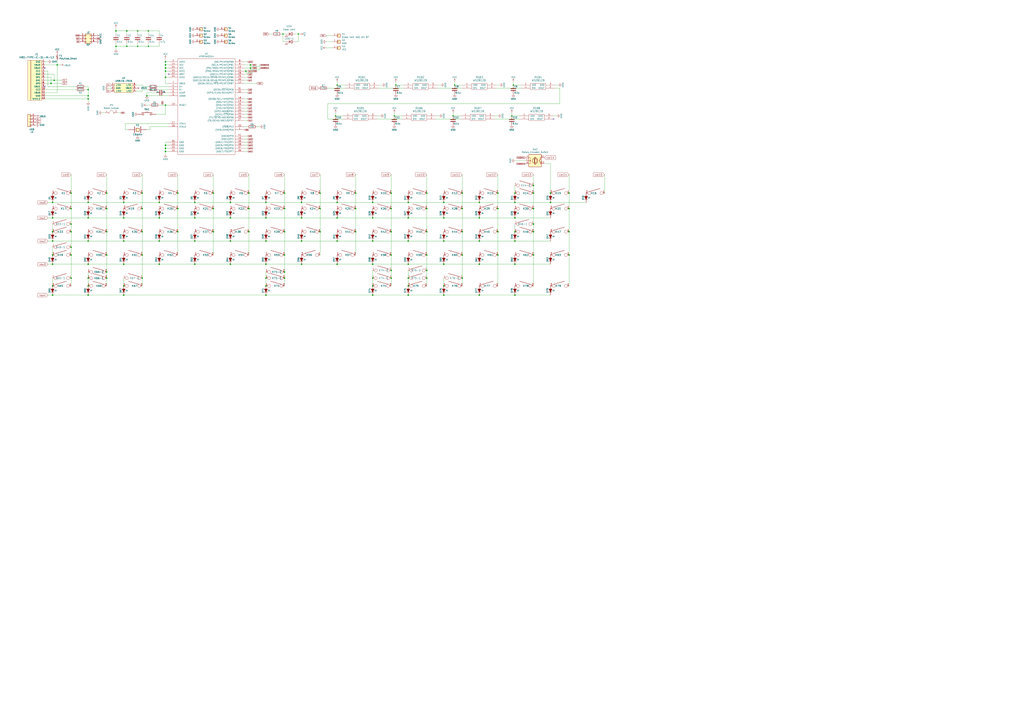
<source format=kicad_sch>
(kicad_sch (version 20211123) (generator eeschema)
  (paper "A1")
  (junction (at 218.44 234.95) (diameter 1.016))
  (junction (at 438.15 171.45) (diameter 1.016))
  (junction (at 350.52 222.25) (diameter 1.016))
  (junction (at 104.14 38.1) (diameter 1.016))
  (junction (at 262.89 171.45) (diameter 1.016))
  (junction (at 189.23 198.12) (diameter 1.016))
  (junction (at 364.49 217.17) (diameter 1.016))
  (junction (at 438.15 158.75) (diameter 1.016))
  (junction (at 335.28 166.37) (diameter 1.016))
  (junction (at 87.63 158.75) (diameter 1.016))
  (junction (at 72.39 234.95) (diameter 1.016))
  (junction (at 306.07 179.07) (diameter 1.016))
  (junction (at 379.73 190.5) (diameter 1.016))
  (junction (at 364.49 198.12) (diameter 1.016))
  (junction (at 321.31 171.45) (diameter 1.016))
  (junction (at 43.18 209.55) (diameter 1.016))
  (junction (at 101.6 234.95) (diameter 1.016))
  (junction (at 306.07 166.37) (diameter 1.016))
  (junction (at 321.31 158.75) (diameter 1.016))
  (junction (at 379.73 209.55) (diameter 1.016))
  (junction (at 373.38 69.85))
  (junction (at 276.86 69.85))
  (junction (at 335.28 228.6) (diameter 1.016))
  (junction (at 58.42 190.5) (diameter 1.016))
  (junction (at 146.05 190.5) (diameter 1.016))
  (junction (at 393.7 242.57) (diameter 1.016))
  (junction (at 135.89 53.34) (diameter 1.016))
  (junction (at 135.89 121.92) (diameter 1.016))
  (junction (at 247.65 198.12) (diameter 1.016))
  (junction (at 116.84 228.6) (diameter 1.016))
  (junction (at 467.36 158.75) (diameter 1.016))
  (junction (at 72.39 73.66) (diameter 1.016))
  (junction (at 189.23 217.17) (diameter 1.016))
  (junction (at 87.63 171.45) (diameter 1.016))
  (junction (at 72.39 179.07) (diameter 1.016))
  (junction (at 113.03 38.1))
  (junction (at 135.89 119.38) (diameter 1.016))
  (junction (at 233.68 158.75) (diameter 1.016))
  (junction (at 101.6 217.17) (diameter 1.016))
  (junction (at 101.6 179.07) (diameter 1.016))
  (junction (at 321.31 190.5) (diameter 1.016))
  (junction (at 438.15 190.5) (diameter 1.016))
  (junction (at 422.91 190.5) (diameter 1.016))
  (junction (at 43.18 166.37) (diameter 1.016))
  (junction (at 422.91 217.17) (diameter 1.016))
  (junction (at 218.44 217.17) (diameter 1.016))
  (junction (at 72.39 228.6) (diameter 1.016))
  (junction (at 325.12 69.85))
  (junction (at 121.92 38.1))
  (junction (at 72.39 166.37) (diameter 1.016))
  (junction (at 275.59 95.25))
  (junction (at 135.89 63.5) (diameter 1.016))
  (junction (at 364.49 179.07) (diameter 1.016))
  (junction (at 101.6 242.57) (diameter 1.016))
  (junction (at 335.28 198.12) (diameter 1.016))
  (junction (at 379.73 228.6) (diameter 1.016))
  (junction (at 189.23 179.07) (diameter 1.016))
  (junction (at 201.93 58.42) (diameter 1.016))
  (junction (at 135.89 124.46) (diameter 1.016))
  (junction (at 121.92 25.4))
  (junction (at 160.02 166.37) (diameter 1.016))
  (junction (at 116.84 171.45) (diameter 1.016))
  (junction (at 146.05 158.75) (diameter 1.016))
  (junction (at 160.02 217.17) (diameter 1.016))
  (junction (at 175.26 171.45) (diameter 1.016))
  (junction (at 41.91 68.58) (diameter 1.016))
  (junction (at 72.39 198.12) (diameter 1.016))
  (junction (at 130.81 179.07) (diameter 1.016))
  (junction (at 292.1 190.5) (diameter 1.016))
  (junction (at 233.68 223.52) (diameter 1.016))
  (junction (at 135.89 58.42) (diameter 1.016))
  (junction (at 189.23 166.37) (diameter 1.016))
  (junction (at 335.28 179.07) (diameter 1.016))
  (junction (at 247.65 179.07) (diameter 1.016))
  (junction (at 276.86 198.12) (diameter 1.016))
  (junction (at 135.89 55.88) (diameter 1.016))
  (junction (at 467.36 190.5) (diameter 1.016))
  (junction (at 72.39 81.28) (diameter 1.016))
  (junction (at 335.28 234.95) (diameter 1.016))
  (junction (at 233.68 190.5) (diameter 1.016))
  (junction (at 130.81 166.37) (diameter 1.016))
  (junction (at 372.11 95.25))
  (junction (at 393.7 198.12) (diameter 1.016))
  (junction (at 350.52 158.75) (diameter 1.016))
  (junction (at 323.85 95.25))
  (junction (at 58.42 184.15) (diameter 1.016))
  (junction (at 233.68 209.55) (diameter 1.016))
  (junction (at 116.84 158.75) (diameter 1.016))
  (junction (at 306.07 234.95) (diameter 1.016))
  (junction (at 58.42 203.2) (diameter 1.016))
  (junction (at 43.18 217.17) (diameter 1.016))
  (junction (at 364.49 242.57) (diameter 1.016))
  (junction (at 130.81 217.17) (diameter 1.016))
  (junction (at 43.18 242.57) (diameter 1.016))
  (junction (at 422.91 242.57) (diameter 1.016))
  (junction (at 218.44 198.12) (diameter 1.016))
  (junction (at 422.91 158.75) (diameter 1.016))
  (junction (at 408.94 190.5) (diameter 1.016))
  (junction (at 116.84 190.5) (diameter 1.016))
  (junction (at 204.47 171.45) (diameter 1.016))
  (junction (at 101.6 198.12) (diameter 1.016))
  (junction (at 321.31 209.55) (diameter 1.016))
  (junction (at 72.39 78.74) (diameter 1.016))
  (junction (at 58.42 228.6) (diameter 1.016))
  (junction (at 218.44 228.6) (diameter 1.016))
  (junction (at 175.26 158.75) (diameter 1.016))
  (junction (at 276.86 166.37) (diameter 1.016))
  (junction (at 420.37 95.25))
  (junction (at 306.07 198.12) (diameter 1.016))
  (junction (at 43.18 190.5) (diameter 1.016))
  (junction (at 204.47 158.75) (diameter 1.016))
  (junction (at 393.7 217.17) (diameter 1.016))
  (junction (at 245.11 27.94))
  (junction (at 247.65 217.17) (diameter 1.016))
  (junction (at 160.02 179.07) (diameter 1.016))
  (junction (at 232.41 27.94))
  (junction (at 135.89 50.8) (diameter 1.016))
  (junction (at 292.1 171.45) (diameter 1.016))
  (junction (at 116.84 209.55) (diameter 1.016))
  (junction (at 58.42 158.75) (diameter 1.016))
  (junction (at 262.89 158.75) (diameter 1.016))
  (junction (at 422.91 166.37) (diameter 1.016))
  (junction (at 58.42 171.45) (diameter 1.016))
  (junction (at 452.12 166.37) (diameter 1.016))
  (junction (at 72.39 242.57) (diameter 1.016))
  (junction (at 204.47 190.5) (diameter 1.016))
  (junction (at 335.28 242.57) (diameter 1.016))
  (junction (at 393.7 166.37) (diameter 1.016))
  (junction (at 276.86 179.07) (diameter 1.016))
  (junction (at 247.65 166.37) (diameter 1.016))
  (junction (at 350.52 209.55) (diameter 1.016))
  (junction (at 364.49 166.37) (diameter 1.016))
  (junction (at 422.91 198.12) (diameter 1.016))
  (junction (at 101.6 166.37) (diameter 1.016))
  (junction (at 95.25 38.1) (diameter 1.016))
  (junction (at 350.52 228.6) (diameter 1.016))
  (junction (at 43.18 179.07) (diameter 1.016))
  (junction (at 135.89 86.36) (diameter 1.016))
  (junction (at 218.44 166.37) (diameter 1.016))
  (junction (at 120.65 78.74) (diameter 1.016))
  (junction (at 218.44 179.07) (diameter 1.016))
  (junction (at 438.15 209.55) (diameter 1.016))
  (junction (at 350.52 171.45) (diameter 1.016))
  (junction (at 452.12 158.75) (diameter 1.016))
  (junction (at 87.63 228.6) (diameter 1.016))
  (junction (at 393.7 179.07) (diameter 1.016))
  (junction (at 104.14 25.4) (diameter 1.016))
  (junction (at 146.05 171.45) (diameter 1.016))
  (junction (at 218.44 242.57) (diameter 1.016))
  (junction (at 87.63 209.55) (diameter 1.016))
  (junction (at 87.63 190.5) (diameter 1.016))
  (junction (at 421.64 69.85))
  (junction (at 408.94 171.45) (diameter 1.016))
  (junction (at 379.73 171.45) (diameter 1.016))
  (junction (at 175.26 190.5) (diameter 1.016))
  (junction (at 87.63 223.52) (diameter 1.016))
  (junction (at 58.42 209.55) (diameter 1.016))
  (junction (at 46.99 53.34) (diameter 1.016))
  (junction (at 438.15 184.15) (diameter 1.016))
  (junction (at 262.89 190.5) (diameter 1.016))
  (junction (at 364.49 234.95) (diameter 1.016))
  (junction (at 44.45 66.04) (diameter 1.016))
  (junction (at 408.94 209.55) (diameter 1.016))
  (junction (at 438.15 152.4) (diameter 1.016))
  (junction (at 160.02 198.12) (diameter 1.016))
  (junction (at 43.18 198.12) (diameter 1.016))
  (junction (at 276.86 217.17) (diameter 1.016))
  (junction (at 306.07 217.17) (diameter 1.016))
  (junction (at 306.07 228.6) (diameter 1.016))
  (junction (at 335.28 217.17) (diameter 1.016))
  (junction (at 233.68 228.6) (diameter 1.016))
  (junction (at 43.18 234.95) (diameter 1.016))
  (junction (at 306.07 242.57) (diameter 1.016))
  (junction (at 379.73 158.75) (diameter 1.016))
  (junction (at 233.68 171.45) (diameter 1.016))
  (junction (at 95.25 25.4) (diameter 1.016))
  (junction (at 130.81 198.12) (diameter 1.016))
  (junction (at 205.74 53.34) (diameter 1.016))
  (junction (at 321.31 222.25) (diameter 1.016))
  (junction (at 205.74 55.88) (diameter 1.016))
  (junction (at 467.36 209.55) (diameter 1.016))
  (junction (at 321.31 228.6) (diameter 1.016))
  (junction (at 113.03 25.4))
  (junction (at 350.52 190.5) (diameter 1.016))
  (junction (at 467.36 171.45) (diameter 1.016))
  (junction (at 422.91 179.07) (diameter 1.016))
  (junction (at 292.1 158.75) (diameter 1.016))
  (junction (at 72.39 217.17) (diameter 1.016))
  (junction (at 408.94 158.75) (diameter 1.016))
  (no_connect (at 138.43 60.96))
  (no_connect (at 36.83 55.88))
  (no_connect (at 36.83 71.12))
  (no_connect (at 454.66 97.79))
  (wire (pts (xy 207.01 59.69) (xy 201.93 59.69)))
  (wire (pts (xy 58.42 143.51) (xy 58.42 158.75)))
  (wire (pts (xy 39.37 71.12) (xy 62.23 71.12)))
  (wire (pts (xy 46.99 76.2) (xy 36.83 76.2)))
  (wire (pts (xy 189.23 217.17) (xy 218.44 217.17)))
  (wire (pts (xy 306.07 179.07) (xy 335.28 179.07)))
  (wire (pts (xy 205.74 57.15) (xy 205.74 55.88)))
  (wire (pts (xy 46.99 49.53) (xy 46.99 53.34)))
  (wire (pts (xy 335.28 179.07) (xy 364.49 179.07)))
  (wire (pts (xy 102.87 101.6) (xy 102.87 106.68)))
  (wire (pts (xy 321.31 190.5) (xy 321.31 171.45)))
  (wire (pts (xy 231.14 27.94) (xy 232.41 27.94)))
  (wire (pts (xy 138.43 116.84) (xy 135.89 116.84)))
  (wire (pts (xy 245.11 34.29) (xy 245.11 27.94)))
  (wire (pts (xy 233.68 209.55) (xy 233.68 190.5)))
  (wire (pts (xy 422.91 152.4) (xy 422.91 158.75)))
  (wire (pts (xy 113.03 38.1) (xy 121.92 38.1)))
  (wire (pts (xy 213.36 57.15) (xy 205.74 57.15)))
  (wire (pts (xy 438.15 184.15) (xy 438.15 171.45)))
  (wire (pts (xy 130.81 198.12) (xy 160.02 198.12)))
  (wire (pts (xy 455.93 69.85) (xy 458.47 69.85)))
  (wire (pts (xy 102.87 101.6) (xy 138.43 101.6)))
  (wire (pts (xy 72.39 81.28) (xy 72.39 83.82)))
  (wire (pts (xy 233.68 209.55) (xy 233.68 223.52)))
  (wire (pts (xy 218.44 228.6) (xy 218.44 234.95)))
  (wire (pts (xy 438.15 152.4) (xy 438.15 158.75)))
  (wire (pts (xy 43.18 242.57) (xy 72.39 242.57)))
  (wire (pts (xy 36.83 78.74) (xy 72.39 78.74)))
  (wire (pts (xy 438.15 171.45) (xy 438.15 158.75)))
  (wire (pts (xy 88.9 72.39) (xy 91.44 72.39)))
  (wire (pts (xy 121.92 38.1) (xy 130.81 38.1)))
  (wire (pts (xy 200.66 93.98) (xy 203.2 93.98)))
  (wire (pts (xy 325.12 69.85) (xy 331.47 69.85)))
  (wire (pts (xy 276.86 198.12) (xy 306.07 198.12)))
  (wire (pts (xy 101.6 228.6) (xy 101.6 234.95)))
  (wire (pts (xy 207.01 55.88) (xy 205.74 55.88)))
  (wire (pts (xy 407.67 69.85) (xy 410.21 69.85)))
  (wire (pts (xy 321.31 171.45) (xy 321.31 158.75)))
  (wire (pts (xy 135.89 86.36) (xy 138.43 86.36)))
  (wire (pts (xy 36.83 73.66) (xy 62.23 73.66)))
  (wire (pts (xy 111.76 74.93) (xy 116.84 74.93)))
  (wire (pts (xy 200.66 121.92) (xy 203.2 121.92)))
  (wire (pts (xy 452.12 166.37) (xy 481.33 166.37)))
  (wire (pts (xy 58.42 171.45) (xy 58.42 158.75)))
  (wire (pts (xy 175.26 209.55) (xy 175.26 190.5)))
  (wire (pts (xy 96.52 92.71) (xy 99.06 92.71)))
  (wire (pts (xy 101.6 179.07) (xy 130.81 179.07)))
  (wire (pts (xy 306.07 228.6) (xy 306.07 234.95)))
  (wire (pts (xy 422.91 217.17) (xy 452.12 217.17)))
  (wire (pts (xy 350.52 222.25) (xy 350.52 228.6)))
  (wire (pts (xy 406.4 97.79) (xy 426.72 97.79)))
  (wire (pts (xy 213.36 55.88) (xy 213.36 57.15)))
  (wire (pts (xy 364.49 179.07) (xy 393.7 179.07)))
  (wire (pts (xy 205.74 54.61) (xy 205.74 53.34)))
  (wire (pts (xy 43.18 203.2) (xy 43.18 209.55)))
  (wire (pts (xy 116.84 71.12) (xy 121.92 71.12)))
  (wire (pts (xy 138.43 55.88) (xy 135.89 55.88)))
  (wire (pts (xy 359.41 72.39) (xy 379.73 72.39)))
  (wire (pts (xy 269.24 85.09) (xy 459.74 85.09)))
  (wire (pts (xy 373.38 67.31) (xy 373.38 69.85)))
  (wire (pts (xy 175.26 171.45) (xy 175.26 158.75)))
  (wire (pts (xy 379.73 209.55) (xy 379.73 228.6)))
  (wire (pts (xy 200.66 111.76) (xy 203.2 111.76)))
  (wire (pts (xy 467.36 158.75) (xy 467.36 143.51)))
  (wire (pts (xy 135.89 58.42) (xy 135.89 63.5)))
  (wire (pts (xy 146.05 209.55) (xy 146.05 190.5)))
  (wire (pts (xy 467.36 209.55) (xy 467.36 234.95)))
  (wire (pts (xy 120.65 78.74) (xy 138.43 78.74)))
  (wire (pts (xy 420.37 92.71) (xy 420.37 95.25)))
  (wire (pts (xy 233.68 158.75) (xy 233.68 143.51)))
  (wire (pts (xy 128.27 93.98) (xy 135.89 93.98)))
  (wire (pts (xy 138.43 104.14) (xy 123.19 104.14)))
  (wire (pts (xy 39.37 179.07) (xy 43.18 179.07)))
  (wire (pts (xy 406.4 95.25) (xy 408.94 95.25)))
  (wire (pts (xy 36.83 81.28) (xy 72.39 81.28)))
  (wire (pts (xy 422.91 132.08) (xy 431.8 132.08)))
  (wire (pts (xy 467.36 209.55) (xy 467.36 190.5)))
  (wire (pts (xy 203.2 96.52) (xy 200.66 96.52)))
  (wire (pts (xy 116.84 143.51) (xy 116.84 158.75)))
  (wire (pts (xy 438.15 152.4) (xy 438.15 143.51)))
  (wire (pts (xy 438.15 184.15) (xy 438.15 190.5)))
  (wire (pts (xy 218.44 217.17) (xy 247.65 217.17)))
  (wire (pts (xy 135.89 55.88) (xy 135.89 58.42)))
  (wire (pts (xy 72.39 228.6) (xy 72.39 234.95)))
  (wire (pts (xy 160.02 217.17) (xy 189.23 217.17)))
  (wire (pts (xy 44.45 66.04) (xy 50.8 66.04)))
  (wire (pts (xy 130.81 166.37) (xy 160.02 166.37)))
  (wire (pts (xy 160.02 198.12) (xy 189.23 198.12)))
  (wire (pts (xy 104.14 25.4) (xy 113.03 25.4)))
  (wire (pts (xy 306.07 222.25) (xy 306.07 228.6)))
  (wire (pts (xy 205.74 53.34) (xy 207.01 53.34)))
  (wire (pts (xy 101.6 198.12) (xy 130.81 198.12)))
  (wire (pts (xy 69.85 73.66) (xy 72.39 73.66)))
  (wire (pts (xy 72.39 73.66) (xy 72.39 78.74)))
  (wire (pts (xy 364.49 198.12) (xy 393.7 198.12)))
  (wire (pts (xy 350.52 209.55) (xy 350.52 190.5)))
  (wire (pts (xy 350.52 209.55) (xy 350.52 222.25)))
  (wire (pts (xy 350.52 158.75) (xy 350.52 143.51)))
  (wire (pts (xy 58.42 184.15) (xy 58.42 190.5)))
  (wire (pts (xy 242.57 34.29) (xy 245.11 34.29)))
  (wire (pts (xy 135.89 121.92) (xy 138.43 121.92)))
  (wire (pts (xy 364.49 217.17) (xy 393.7 217.17)))
  (wire (pts (xy 120.65 86.36) (xy 123.19 86.36)))
  (wire (pts (xy 69.85 71.12) (xy 72.39 71.12)))
  (wire (pts (xy 87.63 223.52) (xy 87.63 228.6)))
  (wire (pts (xy 200.66 91.44) (xy 203.2 91.44)))
  (wire (pts (xy 120.65 76.2) (xy 120.65 78.74)))
  (wire (pts (xy 36.83 68.58) (xy 41.91 68.58)))
  (wire (pts (xy 292.1 190.5) (xy 292.1 171.45)))
  (wire (pts (xy 323.85 95.25) (xy 330.2 95.25)))
  (wire (pts (xy 262.89 190.5) (xy 262.89 171.45)))
  (wire (pts (xy 113.03 38.1) (xy 113.03 35.56)))
  (wire (pts (xy 267.97 34.29) (xy 273.05 34.29)))
  (wire (pts (xy 232.41 27.94) (xy 234.95 27.94)))
  (wire (pts (xy 204.47 158.75) (xy 204.47 143.51)))
  (wire (pts (xy 146.05 158.75) (xy 146.05 143.51)))
  (wire (pts (xy 335.28 222.25) (xy 335.28 228.6)))
  (wire (pts (xy 379.73 228.6) (xy 379.73 234.95)))
  (wire (pts (xy 364.49 242.57) (xy 393.7 242.57)))
  (wire (pts (xy 200.66 63.5) (xy 203.2 63.5)))
  (wire (pts (xy 393.7 198.12) (xy 422.91 198.12)))
  (wire (pts (xy 276.86 69.85) (xy 283.21 69.85)))
  (wire (pts (xy 146.05 190.5) (xy 146.05 171.45)))
  (wire (pts (xy 408.94 171.45) (xy 408.94 158.75)))
  (wire (pts (xy 210.82 104.14) (xy 213.36 104.14)))
  (wire (pts (xy 116.84 209.55) (xy 116.84 190.5)))
  (wire (pts (xy 200.66 66.04) (xy 203.2 66.04)))
  (wire (pts (xy 58.42 203.2) (xy 58.42 190.5)))
  (wire (pts (xy 39.37 242.57) (xy 43.18 242.57)))
  (wire (pts (xy 233.68 228.6) (xy 233.68 234.95)))
  (wire (pts (xy 247.65 198.12) (xy 276.86 198.12)))
  (wire (pts (xy 467.36 190.5) (xy 467.36 171.45)))
  (wire (pts (xy 422.91 198.12) (xy 452.12 198.12)))
  (wire (pts (xy 276.86 179.07) (xy 306.07 179.07)))
  (wire (pts (xy 204.47 171.45) (xy 204.47 158.75)))
  (wire (pts (xy 218.44 223.52) (xy 218.44 228.6)))
  (wire (pts (xy 218.44 166.37) (xy 247.65 166.37)))
  (wire (pts (xy 234.95 34.29) (xy 232.41 34.29)))
  (wire (pts (xy 203.2 119.38) (xy 200.66 119.38)))
  (wire (pts (xy 275.59 95.25) (xy 281.94 95.25)))
  (wire (pts (xy 41.91 68.58) (xy 41.91 63.5)))
  (wire (pts (xy 358.14 97.79) (xy 378.46 97.79)))
  (wire (pts (xy 309.88 97.79) (xy 330.2 97.79)))
  (wire (pts (xy 422.91 242.57) (xy 452.12 242.57)))
  (wire (pts (xy 95.25 25.4) (xy 95.25 27.94)))
  (wire (pts (xy 421.64 69.85) (xy 427.99 69.85)))
  (wire (pts (xy 36.83 50.8) (xy 39.37 50.8)))
  (wire (pts (xy 135.89 121.92) (xy 135.89 124.46)))
  (wire (pts (xy 39.37 166.37) (xy 43.18 166.37)))
  (wire (pts (xy 335.28 217.17) (xy 364.49 217.17)))
  (wire (pts (xy 128.27 76.2) (xy 120.65 76.2)))
  (wire (pts (xy 43.18 228.6) (xy 43.18 234.95)))
  (wire (pts (xy 189.23 198.12) (xy 218.44 198.12)))
  (wire (pts (xy 135.89 124.46) (xy 135.89 127)))
  (wire (pts (xy 459.74 72.39) (xy 455.93 72.39)))
  (wire (pts (xy 452.12 134.62) (xy 452.12 158.75)))
  (wire (pts (xy 350.52 228.6) (xy 350.52 234.95)))
  (wire (pts (xy 213.36 53.34) (xy 213.36 54.61)))
  (wire (pts (xy 232.41 34.29) (xy 232.41 27.94)))
  (wire (pts (xy 44.45 60.96) (xy 44.45 66.04)))
  (wire (pts (xy 105.41 106.68) (xy 102.87 106.68)))
  (wire (pts (xy 201.93 58.42) (xy 203.2 58.42)))
  (wire (pts (xy 200.66 58.42) (xy 201.93 58.42)))
  (wire (pts (xy 323.85 92.71) (xy 323.85 95.25)))
  (wire (pts (xy 113.03 25.4) (xy 113.03 27.94)))
  (wire (pts (xy 276.86 67.31) (xy 276.86 69.85)))
  (wire (pts (xy 233.68 223.52) (xy 233.68 228.6)))
  (wire (pts (xy 200.66 50.8) (xy 203.2 50.8)))
  (wire (pts (xy 200.66 104.14) (xy 203.2 104.14)))
  (wire (pts (xy 189.23 166.37) (xy 218.44 166.37)))
  (wire (pts (xy 321.31 209.55) (xy 321.31 222.25)))
  (wire (pts (xy 120.65 106.68) (xy 123.19 106.68)))
  (wire (pts (xy 309.88 95.25) (xy 312.42 95.25)))
  (wire (pts (xy 350.52 171.45) (xy 350.52 158.75)))
  (wire (pts (xy 262.89 158.75) (xy 262.89 143.51)))
  (wire (pts (xy 116.84 73.66) (xy 121.92 73.66)))
  (wire (pts (xy 135.89 76.2) (xy 138.43 76.2)))
  (wire (pts (xy 393.7 217.17) (xy 422.91 217.17)))
  (wire (pts (xy 213.36 54.61) (xy 205.74 54.61)))
  (wire (pts (xy 200.66 88.9) (xy 203.2 88.9)))
  (wire (pts (xy 262.89 171.45) (xy 262.89 158.75)))
  (wire (pts (xy 130.81 25.4) (xy 130.81 27.94)))
  (wire (pts (xy 36.83 60.96) (xy 44.45 60.96)))
  (wire (pts (xy 44.45 66.04) (xy 36.83 66.04)))
  (wire (pts (xy 200.66 68.58) (xy 210.82 68.58)))
  (wire (pts (xy 372.11 95.25) (xy 378.46 95.25)))
  (wire (pts (xy 87.63 190.5) (xy 87.63 171.45)))
  (wire (pts (xy 306.07 217.17) (xy 335.28 217.17)))
  (wire (pts (xy 36.83 58.42) (xy 39.37 58.42)))
  (wire (pts (xy 72.39 242.57) (xy 101.6 242.57)))
  (wire (pts (xy 58.42 228.6) (xy 58.42 234.95)))
  (wire (pts (xy 292.1 171.45) (xy 292.1 158.75)))
  (wire (pts (xy 116.84 228.6) (xy 116.84 234.95)))
  (wire (pts (xy 203.2 114.3) (xy 200.66 114.3)))
  (wire (pts (xy 130.81 38.1) (xy 130.81 35.56)))
  (wire (pts (xy 262.89 209.55) (xy 262.89 190.5)))
  (wire (pts (xy 393.7 242.57) (xy 422.91 242.57)))
  (wire (pts (xy 205.74 55.88) (xy 200.66 55.88)))
  (wire (pts (xy 203.2 73.66) (xy 200.66 73.66)))
  (wire (pts (xy 393.7 179.07) (xy 422.91 179.07)))
  (wire (pts (xy 175.26 158.75) (xy 175.26 143.51)))
  (wire (pts (xy 95.25 25.4) (xy 104.14 25.4)))
  (wire (pts (xy 116.84 74.93) (xy 116.84 73.66)))
  (wire (pts (xy 72.39 217.17) (xy 101.6 217.17)))
  (wire (pts (xy 422.91 179.07) (xy 452.12 179.07)))
  (wire (pts (xy 111.76 69.85) (xy 116.84 69.85)))
  (wire (pts (xy 72.39 166.37) (xy 101.6 166.37)))
  (wire (pts (xy 121.92 25.4) (xy 130.81 25.4)))
  (wire (pts (xy 135.89 116.84) (xy 135.89 119.38)))
  (wire (pts (xy 379.73 209.55) (xy 379.73 190.5)))
  (wire (pts (xy 87.63 209.55) (xy 87.63 223.52)))
  (wire (pts (xy 203.2 124.46) (xy 200.66 124.46)))
  (wire (pts (xy 43.18 198.12) (xy 72.39 198.12)))
  (wire (pts (xy 83.82 92.71) (xy 86.36 92.71)))
  (wire (pts (xy 116.84 171.45) (xy 116.84 158.75)))
  (wire (pts (xy 276.86 166.37) (xy 306.07 166.37)))
  (wire (pts (xy 247.65 166.37) (xy 276.86 166.37)))
  (wire (pts (xy 321.31 228.6) (xy 321.31 234.95)))
  (wire (pts (xy 335.28 242.57) (xy 364.49 242.57)))
  (wire (pts (xy 72.39 223.52) (xy 72.39 228.6)))
  (wire (pts (xy 113.03 25.4) (xy 121.92 25.4)))
  (wire (pts (xy 200.66 99.06) (xy 203.2 99.06)))
  (wire (pts (xy 321.31 209.55) (xy 321.31 190.5)))
  (wire (pts (xy 306.07 242.57) (xy 335.28 242.57)))
  (wire (pts (xy 245.11 27.94) (xy 246.38 27.94)))
  (wire (pts (xy 233.68 190.5) (xy 233.68 171.45)))
  (wire (pts (xy 359.41 69.85) (xy 361.95 69.85)))
  (wire (pts (xy 130.81 179.07) (xy 160.02 179.07)))
  (wire (pts (xy 335.28 198.12) (xy 364.49 198.12)))
  (wire (pts (xy 276.86 217.17) (xy 306.07 217.17)))
  (wire (pts (xy 58.42 209.55) (xy 58.42 228.6)))
  (wire (pts (xy 267.97 39.37) (xy 273.05 39.37)))
  (wire (pts (xy 201.93 59.69) (xy 201.93 58.42)))
  (wire (pts (xy 101.6 166.37) (xy 130.81 166.37)))
  (wire (pts (xy 207.01 58.42) (xy 207.01 59.69)))
  (wire (pts (xy 43.18 179.07) (xy 72.39 179.07)))
  (wire (pts (xy 72.39 179.07) (xy 101.6 179.07)))
  (wire (pts (xy 101.6 242.57) (xy 218.44 242.57)))
  (wire (pts (xy 72.39 71.12) (xy 72.39 73.66)))
  (wire (pts (xy 408.94 158.75) (xy 408.94 143.51)))
  (wire (pts (xy 203.2 76.2) (xy 200.66 76.2)))
  (wire (pts (xy 129.54 71.12) (xy 138.43 71.12)))
  (wire (pts (xy 58.42 184.15) (xy 58.42 171.45)))
  (wire (pts (xy 275.59 92.71) (xy 275.59 95.25)))
  (wire (pts (xy 43.18 166.37) (xy 72.39 166.37)))
  (wire (pts (xy 306.07 198.12) (xy 335.28 198.12)))
  (wire (pts (xy 247.65 217.17) (xy 276.86 217.17)))
  (wire (pts (xy 233.68 171.45) (xy 233.68 158.75)))
  (wire (pts (xy 220.98 27.94) (xy 223.52 27.94)))
  (wire (pts (xy 200.66 116.84) (xy 203.2 116.84)))
  (wire (pts (xy 438.15 209.55) (xy 438.15 190.5)))
  (wire (pts (xy 46.99 53.34) (xy 49.53 53.34)))
  (wire (pts (xy 454.66 95.25) (xy 457.2 95.25)))
  (wire (pts (xy 200.66 83.82) (xy 203.2 83.82)))
  (wire (pts (xy 138.43 124.46) (xy 135.89 124.46)))
  (wire (pts (xy 364.49 228.6) (xy 364.49 234.95)))
  (wire (pts (xy 130.81 217.17) (xy 160.02 217.17)))
  (wire (pts (xy 39.37 198.12) (xy 43.18 198.12)))
  (wire (pts (xy 364.49 166.37) (xy 393.7 166.37)))
  (wire (pts (xy 204.47 190.5) (xy 204.47 171.45)))
  (wire (pts (xy 160.02 166.37) (xy 189.23 166.37)))
  (wire (pts (xy 95.25 38.1) (xy 104.14 38.1)))
  (wire (pts (xy 292.1 209.55) (xy 292.1 190.5)))
  (wire (pts (xy 135.89 119.38) (xy 135.89 121.92)))
  (wire (pts (xy 101.6 217.17) (xy 130.81 217.17)))
  (wire (pts (xy 121.92 25.4) (xy 121.92 27.94)))
  (wire (pts (xy 408.94 209.55) (xy 408.94 190.5)))
  (wire (pts (xy 269.24 72.39) (xy 283.21 72.39)))
  (wire (pts (xy 292.1 158.75) (xy 292.1 143.51)))
  (wire (pts (xy 116.84 209.55) (xy 116.84 228.6)))
  (wire (pts (xy 46.99 53.34) (xy 46.99 76.2)))
  (wire (pts (xy 72.39 198.12) (xy 101.6 198.12)))
  (wire (pts (xy 138.43 119.38) (xy 135.89 119.38)))
  (wire (pts (xy 138.43 73.66) (xy 129.54 73.66)))
  (wire (pts (xy 135.89 63.5) (xy 135.89 68.58)))
  (wire (pts (xy 72.39 78.74) (xy 72.39 81.28)))
  (wire (pts (xy 130.81 86.36) (xy 135.89 86.36)))
  (wire (pts (xy 247.65 179.07) (xy 276.86 179.07)))
  (wire (pts (xy 95.25 35.56) (xy 95.25 38.1)))
  (wire (pts (xy 203.2 86.36) (xy 200.66 86.36)))
  (wire (pts (xy 121.92 38.1) (xy 121.92 35.56)))
  (wire (pts (xy 218.44 198.12) (xy 247.65 198.12)))
  (wire (pts (xy 311.15 72.39) (xy 331.47 72.39)))
  (wire (pts (xy 95.25 22.86) (xy 95.25 25.4)))
  (wire (pts (xy 358.14 95.25) (xy 360.68 95.25)))
  (wire (pts (xy 203.2 81.28) (xy 200.66 81.28)))
  (wire (pts (xy 408.94 209.55) (xy 408.94 234.95)))
  (wire (pts (xy 135.89 53.34) (xy 135.89 55.88)))
  (wire (pts (xy 379.73 190.5) (xy 379.73 171.45)))
  (wire (pts (xy 104.14 25.4) (xy 104.14 27.94)))
  (wire (pts (xy 135.89 63.5) (xy 138.43 63.5)))
  (wire (pts (xy 267.97 29.21) (xy 273.05 29.21)))
  (wire (pts (xy 373.38 69.85) (xy 379.73 69.85)))
  (wire (pts (xy 421.64 67.31) (xy 421.64 69.85)))
  (wire (pts (xy 321.31 158.75) (xy 321.31 143.51)))
  (wire (pts (xy 36.83 53.34) (xy 46.99 53.34)))
  (wire (pts (xy 204.47 209.55) (xy 204.47 190.5)))
  (wire (pts (xy 372.11 92.71) (xy 372.11 95.25)))
  (wire (pts (xy 41.91 68.58) (xy 50.8 68.58)))
  (wire (pts (xy 379.73 158.75) (xy 379.73 143.51)))
  (wire (pts (xy 269.24 97.79) (xy 281.94 97.79)))
  (wire (pts (xy 116.84 190.5) (xy 116.84 171.45)))
  (wire (pts (xy 218.44 179.07) (xy 247.65 179.07)))
  (wire (pts (xy 408.94 190.5) (xy 408.94 171.45)))
  (wire (pts (xy 123.19 104.14) (xy 123.19 106.68)))
  (wire (pts (xy 407.67 72.39) (xy 427.99 72.39)))
  (wire (pts (xy 104.14 35.56) (xy 104.14 38.1)))
  (wire (pts (xy 350.52 190.5) (xy 350.52 171.45)))
  (wire (pts (xy 325.12 67.31) (xy 325.12 69.85)))
  (wire (pts (xy 104.14 38.1) (xy 113.03 38.1)))
  (wire (pts (xy 146.05 171.45) (xy 146.05 158.75)))
  (wire (pts (xy 41.91 63.5) (xy 36.83 63.5)))
  (wire (pts (xy 135.89 86.36) (xy 135.89 93.98)))
  (wire (pts (xy 459.74 85.09) (xy 459.74 72.39)))
  (wire (pts (xy 58.42 203.2) (xy 58.42 209.55)))
  (wire (pts (xy 422.91 166.37) (xy 452.12 166.37)))
  (wire (pts (xy 43.18 184.15) (xy 43.18 190.5)))
  (wire (pts (xy 87.63 228.6) (xy 87.63 234.95)))
  (wire (pts (xy 135.89 48.26) (xy 135.89 50.8)))
  (wire (pts (xy 135.89 53.34) (xy 138.43 53.34)))
  (wire (pts (xy 138.43 50.8) (xy 135.89 50.8)))
  (wire (pts (xy 321.31 222.25) (xy 321.31 228.6)))
  (wire (pts (xy 200.66 60.96) (xy 203.2 60.96)))
  (wire (pts (xy 189.23 179.07) (xy 218.44 179.07)))
  (wire (pts (xy 393.7 166.37) (xy 422.91 166.37)))
  (wire (pts (xy 269.24 97.79) (xy 269.24 85.09)))
  (wire (pts (xy 335.28 228.6) (xy 335.28 234.95)))
  (wire (pts (xy 87.63 143.51) (xy 87.63 158.75)))
  (wire (pts (xy 200.66 53.34) (xy 205.74 53.34)))
  (wire (pts (xy 335.28 166.37) (xy 364.49 166.37)))
  (wire (pts (xy 218.44 242.57) (xy 306.07 242.57)))
  (wire (pts (xy 467.36 171.45) (xy 467.36 158.75)))
  (wire (pts (xy 447.04 134.62) (xy 452.12 134.62)))
  (wire (pts (xy 160.02 179.07) (xy 189.23 179.07)))
  (wire (pts (xy 438.15 209.55) (xy 438.15 234.95)))
  (wire (pts (xy 135.89 50.8) (xy 135.89 53.34)))
  (wire (pts (xy 175.26 190.5) (xy 175.26 171.45)))
  (wire (pts (xy 116.84 69.85) (xy 116.84 71.12)))
  (wire (pts (xy 135.89 58.42) (xy 138.43 58.42)))
  (wire (pts (xy 379.73 171.45) (xy 379.73 158.75)))
  (wire (pts (xy 306.07 166.37) (xy 335.28 166.37)))
  (wire (pts (xy 39.37 217.17) (xy 43.18 217.17)))
  (wire (pts (xy 87.63 209.55) (xy 87.63 190.5)))
  (wire (pts (xy 242.57 27.94) (xy 245.11 27.94)))
  (wire (pts (xy 135.89 68.58) (xy 138.43 68.58)))
  (wire (pts (xy 95.25 38.1) (xy 95.25 40.64)))
  (wire (pts (xy 39.37 58.42) (xy 39.37 71.12)))
  (wire (pts (xy 422.91 184.15) (xy 422.91 190.5)))
  (wire (pts (xy 496.57 158.75) (xy 496.57 143.51)))
  (wire (pts (xy 43.18 217.17) (xy 72.39 217.17)))
  (wire (pts (xy 420.37 95.25) (xy 426.72 95.25)))
  (wire (pts (xy 311.15 69.85) (xy 313.69 69.85)))
  (wire (pts (xy 87.63 171.45) (xy 87.63 158.75)))
  (global_label "col2" (shape input) (at 116.84 143.51 180) (effects (font (size 1.524 1.524))) (property "Intersheet References" "${INTERSHEET_REFS}" (effects hide)))
  (global_label "row2" (shape input) (at 39.37 198.12 180) (effects (font (size 1.524 1.524))) (property "Intersheet References" "${INTERSHEET_REFS}" (effects hide)))
  (global_label "RST" (shape input) (at 99.06 92.71 0) (effects (font (size 0.7112 0.7112))) (property "Intersheet References" "${INTERSHEET_REFS}" (effects hide)))
  (global_label "PB7" (shape input) (at 210.82 68.58 0) (effects (font (size 1 1))) (property "Intersheet References" "${INTERSHEET_REFS}" (effects hide)))
  (global_label "col15" (shape input) (at 203.2 50.8 0) (effects (font (size 0.7112 0.7112))) (property "Intersheet References" "${INTERSHEET_REFS}" (effects hide)))
  (global_label "D+" (shape input) (at 29.21 100.33 0) (effects (font (size 0.9906 0.9906))) (property "Intersheet References" "${INTERSHEET_REFS}" (effects hide)))
  (global_label "col12" (shape input) (at 408.94 143.51 180) (effects (font (size 1.524 1.524))) (property "Intersheet References" "${INTERSHEET_REFS}" (effects hide)))
  (global_label "col5" (shape input) (at 203.2 76.2 0) (effects (font (size 0.7112 0.7112))) (property "Intersheet References" "${INTERSHEET_REFS}" (effects hide)))
  (global_label "ENCODER_B" (shape input) (at 213.36 53.34 0) (effects (font (size 0.7112 0.7112))) (property "Intersheet References" "${INTERSHEET_REFS}" (effects hide)))
  (global_label "col4" (shape input) (at 203.2 93.98 0) (effects (font (size 0.7112 0.7112))) (property "Intersheet References" "${INTERSHEET_REFS}" (effects hide)))
  (global_label "col2" (shape input) (at 203.2 81.28 0) (effects (font (size 0.7112 0.7112))) (property "Intersheet References" "${INTERSHEET_REFS}" (effects hide)))
  (global_label "col14" (shape input) (at 203.2 124.46 0) (effects (font (size 0.7112 0.7112))) (property "Intersheet References" "${INTERSHEET_REFS}" (effects hide)))
  (global_label "col10" (shape input) (at 350.52 143.51 180) (effects (font (size 1.524 1.524))) (property "Intersheet References" "${INTERSHEET_REFS}" (effects hide)))
  (global_label "PB7" (shape input) (at 220.98 27.94 180) (effects (font (size 1 1))) (property "Intersheet References" "${INTERSHEET_REFS}" (effects hide)))
  (global_label "col10" (shape input) (at 203.2 114.3 0) (effects (font (size 0.7112 0.7112))) (property "Intersheet References" "${INTERSHEET_REFS}" (effects hide)))
  (global_label "col13" (shape input) (at 203.2 121.92 0) (effects (font (size 0.7112 0.7112))) (property "Intersheet References" "${INTERSHEET_REFS}" (effects hide)))
  (global_label "col3" (shape input) (at 203.2 88.9 0) (effects (font (size 0.7112 0.7112))) (property "Intersheet References" "${INTERSHEET_REFS}" (effects hide)))
  (global_label "col7" (shape input) (at 262.89 143.51 180) (effects (font (size 1.524 1.524))) (property "Intersheet References" "${INTERSHEET_REFS}" (effects hide)))
  (global_label "D+" (shape input) (at 91.44 69.85 180) (effects (font (size 0.9906 0.9906))) (property "Intersheet References" "${INTERSHEET_REFS}" (effects hide)))
  (global_label "D+" (shape input) (at 50.8 68.58 0) (effects (font (size 0.9906 0.9906))) (property "Intersheet References" "${INTERSHEET_REFS}" (effects hide)))
  (global_label "row4" (shape input) (at 203.2 58.42 0) (effects (font (size 0.7112 0.7112))) (property "Intersheet References" "${INTERSHEET_REFS}" (effects hide)))
  (global_label "SCK" (shape input) (at 207.01 53.34 0) (effects (font (size 0.7112 0.7112))) (property "Intersheet References" "${INTERSHEET_REFS}" (effects hide)))
  (global_label "col0" (shape input) (at 203.2 86.36 0) (effects (font (size 0.7112 0.7112))) (property "Intersheet References" "${INTERSHEET_REFS}" (effects hide)))
  (global_label "RST" (shape input) (at 133.35 86.36 90) (effects (font (size 0.7112 0.7112))) (property "Intersheet References" "${INTERSHEET_REFS}" (effects hide)))
  (global_label "row3" (shape input) (at 39.37 217.17 180) (effects (font (size 1.524 1.524))) (property "Intersheet References" "${INTERSHEET_REFS}" (effects hide)))
  (global_label "col8" (shape input) (at 203.2 63.5 0) (effects (font (size 0.7112 0.7112))) (property "Intersheet References" "${INTERSHEET_REFS}" (effects hide)))
  (global_label "col6" (shape input) (at 233.68 143.51 180) (effects (font (size 1.524 1.524))) (property "Intersheet References" "${INTERSHEET_REFS}" (effects hide)))
  (global_label "col9" (shape input) (at 203.2 111.76 0) (effects (font (size 0.7112 0.7112))) (property "Intersheet References" "${INTERSHEET_REFS}" (effects hide)))
  (global_label "SCK" (shape input) (at 66.04 31.75 180) (effects (font (size 0.7112 0.7112))) (property "Intersheet References" "${INTERSHEET_REFS}" (effects hide)))
  (global_label "row1" (shape input) (at 39.37 179.07 180) (effects (font (size 1.524 1.524))) (property "Intersheet References" "${INTERSHEET_REFS}" (effects hide)))
  (global_label "D-" (shape input) (at 91.44 74.93 180) (effects (font (size 0.9906 0.9906))) (property "Intersheet References" "${INTERSHEET_REFS}" (effects hide)))
  (global_label "col13" (shape input) (at 438.15 143.51 180) (effects (font (size 1.524 1.524))) (property "Intersheet References" "${INTERSHEET_REFS}" (effects hide)))
  (global_label "col12" (shape input) (at 203.2 119.38 0) (effects (font (size 0.7112 0.7112))) (property "Intersheet References" "${INTERSHEET_REFS}" (effects hide)))
  (global_label "RGB" (shape input) (at 200.66 106.68 0) (effects (font (size 0.7112 0.7112))) (property "Intersheet References" "${INTERSHEET_REFS}" (effects hide)))
  (global_label "col5" (shape input) (at 204.47 143.51 180) (effects (font (size 1.524 1.524))) (property "Intersheet References" "${INTERSHEET_REFS}" (effects hide)))
  (global_label "D-" (shape input) (at 50.8 66.04 0) (effects (font (size 0.9906 0.9906))) (property "Intersheet References" "${INTERSHEET_REFS}" (effects hide)))
  (global_label "ENCODER_A" (shape input) (at 431.8 129.54 180) (effects (font (size 0.7112 0.7112))) (property "Intersheet References" "${INTERSHEET_REFS}" (effects hide)))
  (global_label "row0" (shape input) (at 39.37 166.37 180) (effects (font (size 1.524 1.524))) (property "Intersheet References" "${INTERSHEET_REFS}" (effects hide)))
  (global_label "col11" (shape input) (at 379.73 143.51 180) (effects (font (size 1.524 1.524))) (property "Intersheet References" "${INTERSHEET_REFS}" (effects hide)))
  (global_label "RGB" (shape input) (at 261.62 72.39 180) (effects (font (size 1.524 1.524))) (property "Intersheet References" "${INTERSHEET_REFS}" (effects hide)))
  (global_label "col6" (shape input) (at 203.2 73.66 0) (effects (font (size 0.7112 0.7112))) (property "Intersheet References" "${INTERSHEET_REFS}" (effects hide)))
  (global_label "D-" (shape input) (at 29.21 97.79 0) (effects (font (size 0.9906 0.9906))) (property "Intersheet References" "${INTERSHEET_REFS}" (effects hide)))
  (global_label "ENCODER_B" (shape input) (at 431.8 134.62 180) (effects (font (size 0.7112 0.7112))) (property "Intersheet References" "${INTERSHEET_REFS}" (effects hide)))
  (global_label "row1" (shape input) (at 203.2 99.06 0) (effects (font (size 0.7112 0.7112))) (property "Intersheet References" "${INTERSHEET_REFS}" (effects hide)))
  (global_label "col14" (shape input) (at 447.04 129.54 0) (effects (font (size 1.524 1.524))) (property "Intersheet References" "${INTERSHEET_REFS}" (effects hide)))
  (global_label "MOSI" (shape input) (at 207.01 55.88 0) (effects (font (size 0.7112 0.7112))) (property "Intersheet References" "${INTERSHEET_REFS}" (effects hide)))
  (global_label "row3" (shape input) (at 203.2 91.44 0) (effects (font (size 0.7112 0.7112))) (property "Intersheet References" "${INTERSHEET_REFS}" (effects hide)))
  (global_label "col1" (shape input) (at 203.2 83.82 0) (effects (font (size 0.7112 0.7112))) (property "Intersheet References" "${INTERSHEET_REFS}" (effects hide)))
  (global_label "col8" (shape input) (at 292.1 143.51 180) (effects (font (size 1.524 1.524))) (property "Intersheet References" "${INTERSHEET_REFS}" (effects hide)))
  (global_label "row0" (shape input) (at 203.2 60.96 0) (effects (font (size 0.7112 0.7112))) (property "Intersheet References" "${INTERSHEET_REFS}" (effects hide)))
  (global_label "row4" (shape input) (at 39.37 242.57 180) (effects (font (size 1.524 1.524))) (property "Intersheet References" "${INTERSHEET_REFS}" (effects hide)))
  (global_label "ENCODER_A" (shape input) (at 213.36 55.88 0) (effects (font (size 0.7112 0.7112))) (property "Intersheet References" "${INTERSHEET_REFS}" (effects hide)))
  (global_label "col3" (shape input) (at 146.05 143.51 180) (effects (font (size 1.524 1.524))) (property "Intersheet References" "${INTERSHEET_REFS}" (effects hide)))
  (global_label "col0" (shape input) (at 58.42 143.51 180) (effects (font (size 1.524 1.524))) (property "Intersheet References" "${INTERSHEET_REFS}" (effects hide)))
  (global_label "MISO" (shape input) (at 207.01 58.42 0) (effects (font (size 0.7112 0.7112))) (property "Intersheet References" "${INTERSHEET_REFS}" (effects hide)))
  (global_label "col14" (shape input) (at 467.36 143.51 180) (effects (font (size 1.524 1.524))) (property "Intersheet References" "${INTERSHEET_REFS}" (effects hide)))
  (global_label "RST" (shape input) (at 66.04 34.29 180) (effects (font (size 0.7112 0.7112))) (property "Intersheet References" "${INTERSHEET_REFS}" (effects hide)))
  (global_label "row2" (shape input) (at 203.2 96.52 0) (effects (font (size 0.7112 0.7112))) (property "Intersheet References" "${INTERSHEET_REFS}" (effects hide)))
  (global_label "col1" (shape input) (at 87.63 143.51 180) (effects (font (size 1.524 1.524))) (property "Intersheet References" "${INTERSHEET_REFS}" (effects hide)))
  (global_label "MOSI" (shape input) (at 78.74 31.75 0) (effects (font (size 0.7112 0.7112))) (property "Intersheet References" "${INTERSHEET_REFS}" (effects hide)))
  (global_label "MISO" (shape input) (at 66.04 29.21 180) (effects (font (size 0.7112 0.7112))) (property "Intersheet References" "${INTERSHEET_REFS}" (effects hide)))
  (global_label "col9" (shape input) (at 321.31 143.51 180) (effects (font (size 1.524 1.524))) (property "Intersheet References" "${INTERSHEET_REFS}" (effects hide)))
  (global_label "col4" (shape input) (at 175.26 143.51 180) (effects (font (size 1.524 1.524))) (property "Intersheet References" "${INTERSHEET_REFS}" (effects hide)))
  (global_label "col11" (shape input) (at 203.2 116.84 0) (effects (font (size 0.7112 0.7112))) (property "Intersheet References" "${INTERSHEET_REFS}" (effects hide)))
  (global_label "PB7" (shape input) (at 267.97 29.21 180) (effects (font (size 1 1))) (property "Intersheet References" "${INTERSHEET_REFS}" (effects hide)))
  (global_label "col7" (shape input) (at 203.2 66.04 0) (effects (font (size 0.7112 0.7112))) (property "Intersheet References" "${INTERSHEET_REFS}" (effects hide)))
  (global_label "col15" (shape input) (at 496.57 143.51 180) (effects (font (size 1.524 1.524))) (property "Intersheet References" "${INTERSHEET_REFS}" (effects hide)))
  (symbol (lib_id "Keeb_components:XTAL_GND") (at 113.03 106.68 0) (unit 1)
    (property "Reference" "X1" (at 113.03 102.87 0) (effects (font (size 1.524 1.524))))
    (property "Value" "16mhz" (at 113.03 110.49 0) (effects (font (size 1.524 1.524))))
    (property "Footprint" "Keeb_components:XTAL_SMD_Murata_CSTxExxV-3Pin_3.0x1.1mm" (effects hide))
  )
  (symbol (lib_id "Power:GND") (at 113.03 111.76 0) (unit 1)
    (property "Reference" "#PWR01" (effects hide))
    (property "Value" "GND" (at 113.03 115.57 0))
  )
  (symbol (lib_id "Power:VCC") (at 95.25 22.86 0) (unit 1)
    (property "Reference" "#PWR02" (effects hide))
    (property "Value" "VCC" (at 95.25 19.05 0))
  )
  (symbol (lib_id "Device:C") (at 95.25 31.75 0) (unit 1)
    (property "Reference" "C1" (at 95.885 29.21 0) (effects (justify left)))
    (property "Value" "0.1u" (at 95.885 34.29 0) (effects (justify left)))
    (property "Footprint" "Keeb_components:C_0805" (effects hide))
  )
  (symbol (lib_id "Device:C") (at 104.14 31.75 0) (unit 1)
    (property "Reference" "C2" (at 104.775 29.21 0) (effects (justify left)))
    (property "Value" "0.1u" (at 104.775 34.29 0) (effects (justify left)))
    (property "Footprint" "Keeb_components:C_0805" (effects hide))
  )
  (symbol (lib_id "Device:C") (at 113.03 31.75 0) (unit 1)
    (property "Reference" "C3" (at 113.665 29.21 0) (effects (justify left)))
    (property "Value" "0.1u" (at 113.665 34.29 0) (effects (justify left)))
    (property "Footprint" "Keeb_components:C_0805" (effects hide))
  )
  (symbol (lib_id "Device:C") (at 130.81 31.75 0) (unit 1)
    (property "Reference" "C4" (at 131.445 29.21 0) (effects (justify left)))
    (property "Value" "4.7u" (at 131.445 34.29 0) (effects (justify left)))
    (property "Footprint" "Keeb_components:C_0805" (effects hide))
  )
  (symbol (lib_id "Power:GND") (at 95.25 40.64 0) (unit 1)
    (property "Reference" "#PWR03" (effects hide))
    (property "Value" "GND" (at 95.25 44.45 0))
  )
  (symbol (lib_id "Device:R") (at 127 86.36 90) (unit 1)
    (property "Reference" "R5" (at 127 84.328 90))
    (property "Value" "10k" (at 127 86.36 90))
    (property "Footprint" "Keeb_components:R_0805" (effects hide))
  )
  (symbol (lib_id "Power:VCC") (at 120.65 86.36 90) (unit 1)
    (property "Reference" "#PWR04" (effects hide))
    (property "Value" "VCC" (at 116.84 86.36 0))
  )
  (symbol (lib_id "Device:R") (at 207.01 104.14 90) (unit 1)
    (property "Reference" "R6" (at 207.01 102.108 90))
    (property "Value" "10k" (at 207.01 104.14 90))
    (property "Footprint" "Keeb_components:R_0805" (effects hide))
  )
  (symbol (lib_id "Power:GND") (at 213.36 104.14 90) (unit 1)
    (property "Reference" "#PWR06" (effects hide))
    (property "Value" "GND" (at 217.17 104.14 0))
  )
  (symbol (lib_id "Power:GND") (at 120.65 78.74 0) (mirror y) (unit 1)
    (property "Reference" "#PWR08" (effects hide))
    (property "Value" "GND" (at 120.65 82.55 0))
  )
  (symbol (lib_id "Device:C") (at 132.08 76.2 270) (mirror x) (unit 1)
    (property "Reference" "C5" (at 133.6294 75.4888 90) (effects (font (size 0.9906 0.9906)) (justify left)))
    (property "Value" "1u" (at 128.5494 75.4888 90) (effects (font (size 0.9906 0.9906)) (justify left)))
    (property "Footprint" "Keeb_components:C_0805" (effects hide))
  )
  (symbol (lib_id "Device:R") (at 125.73 71.12 90) (unit 1)
    (property "Reference" "R4" (at 124.2314 71.12 90) (effects (font (size 0.9906 0.9906))))
    (property "Value" "22" (at 127.0254 71.12 90) (effects (font (size 0.9906 0.9906))))
    (property "Footprint" "Keeb_components:R_0805" (effects hide))
  )
  (symbol (lib_id "Device:R") (at 125.73 73.66 90) (unit 1)
    (property "Reference" "R3" (at 124.2314 73.66 90) (effects (font (size 0.9906 0.9906))))
    (property "Value" "22" (at 127.0254 73.66 90) (effects (font (size 0.9906 0.9906))))
    (property "Footprint" "Keeb_components:R_0805" (effects hide))
  )
  (symbol (lib_id "Power:VCC") (at 135.89 48.26 0) (unit 1)
    (property "Reference" "#PWR013" (effects hide))
    (property "Value" "VCC" (at 135.89 44.45 0))
  )
  (symbol (lib_id "Power:GND") (at 135.89 127 0) (unit 1)
    (property "Reference" "#PWR014" (effects hide))
    (property "Value" "GND" (at 135.89 130.81 0))
  )
  (symbol (lib_id "Power:GND") (at 78.74 34.29 90) (unit 1)
    (property "Reference" "#PWR018" (effects hide))
    (property "Value" "GND" (at 82.55 34.29 0))
  )
  (symbol (lib_id "Power:VCC") (at 78.74 29.21 270) (unit 1)
    (property "Reference" "#PWR019" (effects hide))
    (property "Value" "VCC" (at 82.55 29.21 0))
  )
  (symbol (lib_id "Connector_Generic:Conn_02x03_Odd_Even") (at 71.12 31.75 0) (unit 1)
    (property "Reference" "J2" (at 72.39 26.67 0))
    (property "Value" "ISP" (at 72.39 36.83 0))
    (property "Footprint" "Keeb_components:CONN_isp_standard" (effects hide))
  )
  (symbol (lib_id "Keeb_components:WS2812B") (at 440.69 91.44 0) (unit 1)
    (property "Reference" "RGB8" (at 440.69 88.9 0) (effects (font (size 1.524 1.524))))
    (property "Value" "WS2812B" (at 440.69 91.44 0) (effects (font (size 1.524 1.524))))
    (property "Footprint" "Keeb_components:LED_WS2813B" (effects hide))
  )
  (symbol (lib_id "Power:VCC") (at 420.37 92.71 0) (unit 1)
    (property "Reference" "#PWR022" (effects hide))
    (property "Value" "VCC" (at 420.37 88.9 0))
  )
  (symbol (lib_id "Power:GND") (at 457.2 95.25 90) (unit 1)
    (property "Reference" "#PWR023" (effects hide))
    (property "Value" "GND" (at 461.01 95.25 0))
  )
  (symbol (lib_id "Power:VCC") (at 276.86 67.31 0) (unit 1)
    (property "Reference" "#PWR024" (effects hide))
    (property "Value" "VCC" (at 276.86 63.5 0))
  )
  (symbol (lib_id "Power:GND") (at 313.69 69.85 90) (unit 1)
    (property "Reference" "#PWR025" (effects hide))
    (property "Value" "GND" (at 317.5 69.85 0))
  )
  (symbol (lib_id "Power:VCC") (at 325.12 67.31 0) (unit 1)
    (property "Reference" "#PWR026" (effects hide))
    (property "Value" "VCC" (at 325.12 63.5 0))
  )
  (symbol (lib_id "Power:GND") (at 361.95 69.85 90) (unit 1)
    (property "Reference" "#PWR027" (effects hide))
    (property "Value" "GND" (at 365.76 69.85 0))
  )
  (symbol (lib_id "Power:VCC") (at 373.38 67.31 0) (unit 1)
    (property "Reference" "#PWR028" (effects hide))
    (property "Value" "VCC" (at 373.38 63.5 0))
  )
  (symbol (lib_id "Power:GND") (at 410.21 69.85 90) (unit 1)
    (property "Reference" "#PWR029" (effects hide))
    (property "Value" "GND" (at 414.02 69.85 0))
  )
  (symbol (lib_id "Power:VCC") (at 421.64 67.31 0) (unit 1)
    (property "Reference" "#PWR030" (effects hide))
    (property "Value" "VCC" (at 421.64 63.5 0))
  )
  (symbol (lib_id "Power:GND") (at 458.47 69.85 90) (unit 1)
    (property "Reference" "#PWR031" (effects hide))
    (property "Value" "GND" (at 462.28 69.85 0))
  )
  (symbol (lib_id "Power:VCC") (at 275.59 92.71 0) (unit 1)
    (property "Reference" "#PWR032" (effects hide))
    (property "Value" "VCC" (at 275.59 88.9 0))
  )
  (symbol (lib_id "Power:GND") (at 312.42 95.25 90) (unit 1)
    (property "Reference" "#PWR033" (effects hide))
    (property "Value" "GND" (at 316.23 95.25 0))
  )
  (symbol (lib_id "Keeb_components:WS2812B") (at 297.18 66.04 0) (unit 1)
    (property "Reference" "RGB1" (at 297.18 63.5 0) (effects (font (size 1.524 1.524))))
    (property "Value" "WS2812B" (at 297.18 66.04 0) (effects (font (size 1.524 1.524))))
    (property "Footprint" "Keeb_components:LED_WS2813B" (effects hide))
  )
  (symbol (lib_id "Keeb_components:WS2812B") (at 345.44 66.04 0) (unit 1)
    (property "Reference" "RGB2" (at 345.44 63.5 0) (effects (font (size 1.524 1.524))))
    (property "Value" "WS2812B" (at 345.44 66.04 0) (effects (font (size 1.524 1.524))))
    (property "Footprint" "Keeb_components:LED_WS2813B" (effects hide))
  )
  (symbol (lib_id "Keeb_components:WS2812B") (at 393.7 66.04 0) (unit 1)
    (property "Reference" "RGB3" (at 393.7 63.5 0) (effects (font (size 1.524 1.524))))
    (property "Value" "WS2812B" (at 393.7 66.04 0) (effects (font (size 1.524 1.524))))
    (property "Footprint" "Keeb_components:LED_WS2813B" (effects hide))
  )
  (symbol (lib_id "Keeb_components:WS2812B") (at 441.96 66.04 0) (unit 1)
    (property "Reference" "RGB4" (at 441.96 63.5 0) (effects (font (size 1.524 1.524))))
    (property "Value" "WS2812B" (at 441.96 66.04 0) (effects (font (size 1.524 1.524))))
    (property "Footprint" "Keeb_components:LED_WS2813B" (effects hide))
  )
  (symbol (lib_id "Keeb_components:WS2812B") (at 295.91 91.44 0) (unit 1)
    (property "Reference" "RGB5" (at 295.91 88.9 0) (effects (font (size 1.524 1.524))))
    (property "Value" "WS2812B" (at 295.91 91.44 0) (effects (font (size 1.524 1.524))))
    (property "Footprint" "Keeb_components:LED_WS2813B" (effects hide))
  )
  (symbol (lib_id "Keeb_components:WS2812B") (at 344.17 91.44 0) (unit 1)
    (property "Reference" "RGB6" (at 344.17 88.9 0) (effects (font (size 1.524 1.524))))
    (property "Value" "WS2812B" (at 344.17 91.44 0) (effects (font (size 1.524 1.524))))
    (property "Footprint" "Keeb_components:LED_WS2813B" (effects hide))
  )
  (symbol (lib_id "Power:VCC") (at 323.85 92.71 0) (unit 1)
    (property "Reference" "#PWR040" (effects hide))
    (property "Value" "VCC" (at 323.85 88.9 0))
  )
  (symbol (lib_id "Power:GND") (at 360.68 95.25 90) (unit 1)
    (property "Reference" "#PWR041" (effects hide))
    (property "Value" "GND" (at 364.49 95.25 0))
  )
  (symbol (lib_id "Power:VCC") (at 372.11 92.71 0) (unit 1)
    (property "Reference" "#PWR042" (effects hide))
    (property "Value" "VCC" (at 372.11 88.9 0))
  )
  (symbol (lib_id "Power:GND") (at 408.94 95.25 90) (unit 1)
    (property "Reference" "#PWR043" (effects hide))
    (property "Value" "GND" (at 412.75 95.25 0))
  )
  (symbol (lib_id "Keeb_components:WS2812B") (at 392.43 91.44 0) (unit 1)
    (property "Reference" "RGB7" (at 392.43 88.9 0) (effects (font (size 1.524 1.524))))
    (property "Value" "WS2812B" (at 392.43 91.44 0) (effects (font (size 1.524 1.524))))
    (property "Footprint" "Keeb_components:LED_WS2813B" (effects hide))
  )
  (symbol (lib_id "Keeb_components:KEYSW") (at 50.8 158.75 0) (mirror y) (unit 1)
    (property "Reference" "K1" (at 52.07 158.75 0) (effects (font (size 1.524 1.524))))
    (property "Value" "KEYSW" (effects hide))
    (property "Footprint" "Keeb_switches:CHERRY_PLATE_100H" (effects hide))
  )
  (symbol (lib_id "Device:D_ALT") (at 43.18 162.56 90) (unit 1)
    (property "Reference" "D1" (at 40.64 162.56 0))
    (property "Value" "D" (at 45.72 162.56 0))
    (property "Footprint" "Keeb_components:D_0805" (effects hide))
  )
  (symbol (lib_id "Connector_Generic:Conn_01x01") (at 165.1 24.13 0) (unit 1)
    (property "Reference" "S1" (at 167.132 23.0632 0) (effects (justify left)))
    (property "Value" "Screw" (at 167.132 25.3746 0) (effects (justify left)))
    (property "Footprint" "footprints:5mm_2.5mm" (effects hide))
  )
  (symbol (lib_id "Connector_Generic:Conn_01x01") (at 165.1 29.21 0) (unit 1)
    (property "Reference" "S2" (at 167.132 28.1432 0) (effects (justify left)))
    (property "Value" "Screw" (at 167.132 30.4546 0) (effects (justify left)))
    (property "Footprint" "footprints:7mm_2.5x5mm" (effects hide))
  )
  (symbol (lib_id "Connector_Generic:Conn_01x01") (at 165.1 34.29 0) (unit 1)
    (property "Reference" "S3" (at 167.132 33.2232 0) (effects (justify left)))
    (property "Value" "Screw" (at 167.132 35.5346 0) (effects (justify left)))
    (property "Footprint" "footprints:6mm_2.5x5mm" (effects hide))
  )
  (symbol (lib_id "Power:GND") (at 160.02 24.13 270) (unit 1)
    (property "Reference" "#PWR058" (effects hide))
    (property "Value" "GND" (at 156.21 24.13 0))
  )
  (symbol (lib_id "Power:GND") (at 160.02 29.21 270) (unit 1)
    (property "Reference" "#PWR059" (effects hide))
    (property "Value" "GND" (at 156.21 29.21 0))
  )
  (symbol (lib_id "Power:GND") (at 160.02 34.29 270) (unit 1)
    (property "Reference" "#PWR060" (effects hide))
    (property "Value" "GND" (at 156.21 34.29 0))
  )
  (symbol (lib_id "Connector_Generic:Conn_01x01") (at 185.42 24.13 0) (unit 1)
    (property "Reference" "S4" (at 187.452 23.0632 0) (effects (justify left)))
    (property "Value" "Screw" (at 187.452 25.3746 0) (effects (justify left)))
    (property "Footprint" "footprints:6mm_2.5x5mm" (effects hide))
  )
  (symbol (lib_id "Connector_Generic:Conn_01x01") (at 185.42 29.21 0) (unit 1)
    (property "Reference" "S5" (at 187.452 28.1432 0) (effects (justify left)))
    (property "Value" "Screw" (at 187.452 30.4546 0) (effects (justify left)))
    (property "Footprint" "footprints:7mm_2.5x5mm" (effects hide))
  )
  (symbol (lib_id "Connector_Generic:Conn_01x01") (at 185.42 34.29 0) (unit 1)
    (property "Reference" "S6" (at 187.452 33.2232 0) (effects (justify left)))
    (property "Value" "Screw" (at 187.452 35.5346 0) (effects (justify left)))
    (property "Footprint" "footprints:6mm_2.5x5mm" (effects hide))
  )
  (symbol (lib_id "Power:GND") (at 180.34 24.13 270) (unit 1)
    (property "Reference" "#PWR061" (effects hide))
    (property "Value" "GND" (at 176.53 24.13 0))
  )
  (symbol (lib_id "Power:GND") (at 180.34 29.21 270) (unit 1)
    (property "Reference" "#PWR062" (effects hide))
    (property "Value" "GND" (at 176.53 29.21 0))
  )
  (symbol (lib_id "Power:GND") (at 180.34 34.29 270) (unit 1)
    (property "Reference" "#PWR063" (effects hide))
    (property "Value" "GND" (at 176.53 34.29 0))
  )
  (symbol (lib_id "Keeb_components:ATMEGA32U4") (at 170.18 90.17 0) (unit 1)
    (property "Reference" "U1" (at 169.545 44.069 0))
    (property "Value" "ATMEGA32U4" (at 169.545 46.3804 0))
    (property "Footprint" "Keeb_components:MCU_ATMEGA32U4-AU" (effects hide))
  )
  (symbol (lib_id "Keeb_components:KEYSW") (at 80.01 158.75 0) (mirror y) (unit 1)
    (property "Reference" "K2" (at 81.28 158.75 0) (effects (font (size 1.524 1.524))))
    (property "Value" "KEYSW" (effects hide))
    (property "Footprint" "Keeb_switches:CHERRY_PLATE_100H" (effects hide))
  )
  (symbol (lib_id "Device:D_ALT") (at 72.39 162.56 90) (unit 1)
    (property "Reference" "D2" (at 69.85 162.56 0))
    (property "Value" "D" (at 74.93 162.56 0))
    (property "Footprint" "Keeb_components:D_0805" (effects hide))
  )
  (symbol (lib_id "Keeb_components:KEYSW") (at 109.22 158.75 0) (mirror y) (unit 1)
    (property "Reference" "K3" (at 110.49 158.75 0) (effects (font (size 1.524 1.524))))
    (property "Value" "KEYSW" (effects hide))
    (property "Footprint" "Keeb_switches:CHERRY_PLATE_100H" (effects hide))
  )
  (symbol (lib_id "Device:D_ALT") (at 101.6 162.56 90) (unit 1)
    (property "Reference" "D3" (at 99.06 162.56 0))
    (property "Value" "D" (at 104.14 162.56 0))
    (property "Footprint" "Keeb_components:D_0805" (effects hide))
  )
  (symbol (lib_id "Keeb_components:KEYSW") (at 138.43 158.75 0) (mirror y) (unit 1)
    (property "Reference" "K4" (at 139.7 158.75 0) (effects (font (size 1.524 1.524))))
    (property "Value" "KEYSW" (effects hide))
    (property "Footprint" "Keeb_switches:CHERRY_PLATE_100H" (effects hide))
  )
  (symbol (lib_id "Device:D_ALT") (at 130.81 162.56 90) (unit 1)
    (property "Reference" "D4" (at 128.27 162.56 0))
    (property "Value" "D" (at 133.35 162.56 0))
    (property "Footprint" "Keeb_components:D_0805" (effects hide))
  )
  (symbol (lib_id "Keeb_components:KEYSW") (at 167.64 158.75 0) (mirror y) (unit 1)
    (property "Reference" "K5" (at 168.91 158.75 0) (effects (font (size 1.524 1.524))))
    (property "Value" "KEYSW" (effects hide))
    (property "Footprint" "Keeb_switches:CHERRY_PLATE_100H" (effects hide))
  )
  (symbol (lib_id "Device:D_ALT") (at 160.02 162.56 90) (unit 1)
    (property "Reference" "D5" (at 157.48 162.56 0))
    (property "Value" "D" (at 162.56 162.56 0))
    (property "Footprint" "Keeb_components:D_0805" (effects hide))
  )
  (symbol (lib_id "Keeb_components:KEYSW") (at 196.85 158.75 0) (mirror y) (unit 1)
    (property "Reference" "K6" (at 198.12 158.75 0) (effects (font (size 1.524 1.524))))
    (property "Value" "KEYSW" (effects hide))
    (property "Footprint" "Keeb_switches:CHERRY_PLATE_100H" (effects hide))
  )
  (symbol (lib_id "Device:D_ALT") (at 189.23 162.56 90) (unit 1)
    (property "Reference" "D6" (at 186.69 162.56 0))
    (property "Value" "D" (at 191.77 162.56 0))
    (property "Footprint" "Keeb_components:D_0805" (effects hide))
  )
  (symbol (lib_id "Keeb_components:KEYSW") (at 226.06 158.75 0) (mirror y) (unit 1)
    (property "Reference" "K7" (at 227.33 158.75 0) (effects (font (size 1.524 1.524))))
    (property "Value" "KEYSW" (effects hide))
    (property "Footprint" "Keeb_switches:CHERRY_PLATE_100H" (effects hide))
  )
  (symbol (lib_id "Device:D_ALT") (at 218.44 162.56 90) (unit 1)
    (property "Reference" "D7" (at 215.9 162.56 0))
    (property "Value" "D" (at 220.98 162.56 0))
    (property "Footprint" "Keeb_components:D_0805" (effects hide))
  )
  (symbol (lib_id "Keeb_components:KEYSW") (at 255.27 158.75 0) (mirror y) (unit 1)
    (property "Reference" "K8" (at 256.54 158.75 0) (effects (font (size 1.524 1.524))))
    (property "Value" "KEYSW" (effects hide))
    (property "Footprint" "Keeb_switches:CHERRY_PLATE_100H" (effects hide))
  )
  (symbol (lib_id "Device:D_ALT") (at 247.65 162.56 90) (unit 1)
    (property "Reference" "D8" (at 245.11 162.56 0))
    (property "Value" "D" (at 250.19 162.56 0))
    (property "Footprint" "Keeb_components:D_0805" (effects hide))
  )
  (symbol (lib_id "Keeb_components:KEYSW") (at 284.48 158.75 0) (mirror y) (unit 1)
    (property "Reference" "K9" (at 285.75 158.75 0) (effects (font (size 1.524 1.524))))
    (property "Value" "KEYSW" (effects hide))
    (property "Footprint" "Keeb_switches:CHERRY_PLATE_100H" (effects hide))
  )
  (symbol (lib_id "Device:D_ALT") (at 276.86 162.56 90) (unit 1)
    (property "Reference" "D9" (at 274.32 162.56 0))
    (property "Value" "D" (at 279.4 162.56 0))
    (property "Footprint" "Keeb_components:D_0805" (effects hide))
  )
  (symbol (lib_id "Keeb_components:KEYSW") (at 313.69 158.75 0) (mirror y) (unit 1)
    (property "Reference" "K10" (at 314.96 158.75 0) (effects (font (size 1.524 1.524))))
    (property "Value" "KEYSW" (effects hide))
    (property "Footprint" "Keeb_switches:CHERRY_PLATE_100H" (effects hide))
  )
  (symbol (lib_id "Device:D_ALT") (at 306.07 162.56 90) (unit 1)
    (property "Reference" "D10" (at 303.53 162.56 0))
    (property "Value" "D" (at 308.61 162.56 0))
    (property "Footprint" "Keeb_components:D_0805" (effects hide))
  )
  (symbol (lib_id "Keeb_components:KEYSW") (at 342.9 158.75 0) (mirror y) (unit 1)
    (property "Reference" "K11" (at 344.17 158.75 0) (effects (font (size 1.524 1.524))))
    (property "Value" "KEYSW" (effects hide))
    (property "Footprint" "Keeb_switches:CHERRY_PLATE_100H" (effects hide))
  )
  (symbol (lib_id "Device:D_ALT") (at 335.28 162.56 90) (unit 1)
    (property "Reference" "D11" (at 332.74 162.56 0))
    (property "Value" "D" (at 337.82 162.56 0))
    (property "Footprint" "Keeb_components:D_0805" (effects hide))
  )
  (symbol (lib_id "Keeb_components:KEYSW") (at 372.11 158.75 0) (mirror y) (unit 1)
    (property "Reference" "K12" (at 373.38 158.75 0) (effects (font (size 1.524 1.524))))
    (property "Value" "KEYSW" (effects hide))
    (property "Footprint" "Keeb_switches:CHERRY_PLATE_100H" (effects hide))
  )
  (symbol (lib_id "Device:D_ALT") (at 364.49 162.56 90) (unit 1)
    (property "Reference" "D12" (at 361.95 162.56 0))
    (property "Value" "D" (at 367.03 162.56 0))
    (property "Footprint" "Keeb_components:D_0805" (effects hide))
  )
  (symbol (lib_id "Keeb_components:KEYSW") (at 401.32 158.75 0) (mirror y) (unit 1)
    (property "Reference" "K13" (at 402.59 158.75 0) (effects (font (size 1.524 1.524))))
    (property "Value" "KEYSW" (effects hide))
    (property "Footprint" "Keeb_switches:CHERRY_PLATE_100H" (effects hide))
  )
  (symbol (lib_id "Device:D_ALT") (at 393.7 162.56 90) (unit 1)
    (property "Reference" "D13" (at 391.16 162.56 0))
    (property "Value" "D" (at 396.24 162.56 0))
    (property "Footprint" "Keeb_components:D_0805" (effects hide))
  )
  (symbol (lib_id "Keeb_components:KEYSW") (at 430.53 158.75 0) (mirror y) (unit 1)
    (property "Reference" "K14" (at 431.8 158.75 0) (effects (font (size 1.524 1.524))))
    (property "Value" "KEYSW" (effects hide))
    (property "Footprint" "Keeb_switches:CHERRY_PCB_200H" (effects hide))
  )
  (symbol (lib_id "Device:D_ALT") (at 422.91 162.56 90) (unit 1)
    (property "Reference" "D14" (at 420.37 162.56 0))
    (property "Value" "D" (at 425.45 162.56 0))
    (property "Footprint" "Keeb_components:D_0805" (effects hide))
  )
  (symbol (lib_id "Keeb_components:KEYSW") (at 459.74 158.75 0) (unit 1)
    (property "Reference" "K15" (at 458.47 158.75 0) (effects (font (size 1.524 1.524))))
    (property "Value" "KEYSW" (effects hide))
    (property "Footprint" "Keeb_switches:CHERRY_PLATE_100H" (effects hide))
  )
  (symbol (lib_id "Device:D_ALT") (at 452.12 162.56 90) (unit 1)
    (property "Reference" "D15" (at 449.58 162.56 0))
    (property "Value" "D" (at 454.66 162.56 0))
    (property "Footprint" "Keeb_components:D_0805" (effects hide))
  )
  (symbol (lib_id "Keeb_components:KEYSW") (at 488.95 158.75 0) (unit 1)
    (property "Reference" "K16" (at 487.68 158.75 0) (effects (font (size 1.524 1.524))))
    (property "Value" "KEYSW" (effects hide))
    (property "Footprint" "Keeb_switches:CHERRY_PLATE_100H" (effects hide))
  )
  (symbol (lib_id "Device:D_ALT") (at 481.33 162.56 90) (unit 1)
    (property "Reference" "D16" (at 478.79 162.56 0))
    (property "Value" "D" (at 483.87 162.56 0))
    (property "Footprint" "Keeb_components:D_0805" (effects hide))
  )
  (symbol (lib_id "Keeb_components:KEYSW") (at 50.8 171.45 0) (mirror y) (unit 1)
    (property "Reference" "K17" (at 52.07 171.45 0) (effects (font (size 1.524 1.524))))
    (property "Value" "KEYSW" (effects hide))
    (property "Footprint" "Keeb_switches:CHERRY_PLATE_150H" (effects hide))
  )
  (symbol (lib_id "Device:D_ALT") (at 43.18 175.26 90) (unit 1)
    (property "Reference" "D17" (at 40.64 175.26 0))
    (property "Value" "D" (at 45.72 175.26 0))
    (property "Footprint" "Keeb_components:D_0805" (effects hide))
  )
  (symbol (lib_id "Keeb_components:KEYSW") (at 80.01 171.45 0) (mirror y) (unit 1)
    (property "Reference" "K18" (at 81.28 171.45 0) (effects (font (size 1.524 1.524))))
    (property "Value" "KEYSW" (effects hide))
    (property "Footprint" "Keeb_switches:CHERRY_PLATE_100H" (effects hide))
  )
  (symbol (lib_id "Device:D_ALT") (at 72.39 175.26 90) (unit 1)
    (property "Reference" "D18" (at 69.85 175.26 0))
    (property "Value" "D" (at 74.93 175.26 0))
    (property "Footprint" "Keeb_components:D_0805" (effects hide))
  )
  (symbol (lib_id "Keeb_components:KEYSW") (at 109.22 171.45 0) (unit 1)
    (property "Reference" "K19" (at 107.95 171.45 0) (effects (font (size 1.524 1.524))))
    (property "Value" "KEYSW" (effects hide))
    (property "Footprint" "Keeb_switches:CHERRY_PLATE_100H" (effects hide))
  )
  (symbol (lib_id "Device:D_ALT") (at 101.6 175.26 90) (unit 1)
    (property "Reference" "D19" (at 99.06 175.26 0))
    (property "Value" "D" (at 104.14 175.26 0))
    (property "Footprint" "Keeb_components:D_0805" (effects hide))
  )
  (symbol (lib_id "Keeb_components:KEYSW") (at 138.43 171.45 0) (mirror y) (unit 1)
    (property "Reference" "K20" (at 139.7 171.45 0) (effects (font (size 1.524 1.524))))
    (property "Value" "KEYSW" (effects hide))
    (property "Footprint" "Keeb_switches:CHERRY_PLATE_100H" (effects hide))
  )
  (symbol (lib_id "Device:D_ALT") (at 130.81 175.26 90) (unit 1)
    (property "Reference" "D20" (at 128.27 175.26 0))
    (property "Value" "D" (at 133.35 175.26 0))
    (property "Footprint" "Keeb_components:D_0805" (effects hide))
  )
  (symbol (lib_id "Keeb_components:KEYSW") (at 167.64 171.45 0) (mirror y) (unit 1)
    (property "Reference" "K21" (at 168.91 171.45 0) (effects (font (size 1.524 1.524))))
    (property "Value" "KEYSW" (effects hide))
    (property "Footprint" "Keeb_switches:CHERRY_PLATE_100H" (effects hide))
  )
  (symbol (lib_id "Device:D_ALT") (at 160.02 175.26 90) (unit 1)
    (property "Reference" "D21" (at 157.48 175.26 0))
    (property "Value" "D" (at 162.56 175.26 0))
    (property "Footprint" "Keeb_components:D_0805" (effects hide))
  )
  (symbol (lib_id "Keeb_components:KEYSW") (at 196.85 171.45 0) (mirror y) (unit 1)
    (property "Reference" "K22" (at 198.12 171.45 0) (effects (font (size 1.524 1.524))))
    (property "Value" "KEYSW" (effects hide))
    (property "Footprint" "Keeb_switches:CHERRY_PLATE_100H" (effects hide))
  )
  (symbol (lib_id "Device:D_ALT") (at 189.23 175.26 90) (unit 1)
    (property "Reference" "D22" (at 186.69 175.26 0))
    (property "Value" "D" (at 191.77 175.26 0))
    (property "Footprint" "Keeb_components:D_0805" (effects hide))
  )
  (symbol (lib_id "Keeb_components:KEYSW") (at 226.06 171.45 0) (mirror y) (unit 1)
    (property "Reference" "K23" (at 227.33 171.45 0) (effects (font (size 1.524 1.524))))
    (property "Value" "KEYSW" (effects hide))
    (property "Footprint" "Keeb_switches:CHERRY_PLATE_100H" (effects hide))
  )
  (symbol (lib_id "Device:D_ALT") (at 218.44 175.26 90) (unit 1)
    (property "Reference" "D23" (at 215.9 175.26 0))
    (property "Value" "D" (at 220.98 175.26 0))
    (property "Footprint" "Keeb_components:D_0805" (effects hide))
  )
  (symbol (lib_id "Keeb_components:KEYSW") (at 255.27 171.45 0) (mirror y) (unit 1)
    (property "Reference" "K24" (at 256.54 171.45 0) (effects (font (size 1.524 1.524))))
    (property "Value" "KEYSW" (effects hide))
    (property "Footprint" "Keeb_switches:CHERRY_PLATE_100H" (effects hide))
  )
  (symbol (lib_id "Device:D_ALT") (at 247.65 175.26 90) (unit 1)
    (property "Reference" "D24" (at 245.11 175.26 0))
    (property "Value" "D" (at 250.19 175.26 0))
    (property "Footprint" "Keeb_components:D_0805" (effects hide))
  )
  (symbol (lib_id "Keeb_components:KEYSW") (at 284.48 171.45 0) (mirror y) (unit 1)
    (property "Reference" "K25" (at 285.75 171.45 0) (effects (font (size 1.524 1.524))))
    (property "Value" "KEYSW" (effects hide))
    (property "Footprint" "Keeb_switches:CHERRY_PLATE_100H" (effects hide))
  )
  (symbol (lib_id "Device:D_ALT") (at 276.86 175.26 90) (unit 1)
    (property "Reference" "D25" (at 274.32 175.26 0))
    (property "Value" "D" (at 279.4 175.26 0))
    (property "Footprint" "Keeb_components:D_0805" (effects hide))
  )
  (symbol (lib_id "Keeb_components:KEYSW") (at 313.69 171.45 0) (mirror y) (unit 1)
    (property "Reference" "K26" (at 314.96 171.45 0) (effects (font (size 1.524 1.524))))
    (property "Value" "KEYSW" (effects hide))
    (property "Footprint" "Keeb_switches:CHERRY_PLATE_100H" (effects hide))
  )
  (symbol (lib_id "Device:D_ALT") (at 306.07 175.26 90) (unit 1)
    (property "Reference" "D26" (at 303.53 175.26 0))
    (property "Value" "D" (at 308.61 175.26 0))
    (property "Footprint" "Keeb_components:D_0805" (effects hide))
  )
  (symbol (lib_id "Keeb_components:KEYSW") (at 342.9 171.45 0) (mirror y) (unit 1)
    (property "Reference" "K27" (at 344.17 171.45 0) (effects (font (size 1.524 1.524))))
    (property "Value" "KEYSW" (effects hide))
    (property "Footprint" "Keeb_switches:CHERRY_PLATE_100H" (effects hide))
  )
  (symbol (lib_id "Device:D_ALT") (at 335.28 175.26 90) (unit 1)
    (property "Reference" "D27" (at 332.74 175.26 0))
    (property "Value" "D" (at 337.82 175.26 0))
    (property "Footprint" "Keeb_components:D_0805" (effects hide))
  )
  (symbol (lib_id "Keeb_components:KEYSW") (at 372.11 171.45 0) (mirror y) (unit 1)
    (property "Reference" "K28" (at 373.38 171.45 0) (effects (font (size 1.524 1.524))))
    (property "Value" "KEYSW" (effects hide))
    (property "Footprint" "Keeb_switches:CHERRY_PLATE_100H" (effects hide))
  )
  (symbol (lib_id "Device:D_ALT") (at 364.49 175.26 90) (unit 1)
    (property "Reference" "D28" (at 361.95 175.26 0))
    (property "Value" "D" (at 367.03 175.26 0))
    (property "Footprint" "Keeb_components:D_0805" (effects hide))
  )
  (symbol (lib_id "Keeb_components:KEYSW") (at 401.32 171.45 0) (unit 1)
    (property "Reference" "K29" (at 400.05 171.45 0) (effects (font (size 1.524 1.524))))
    (property "Value" "KEYSW" (effects hide))
    (property "Footprint" "Keeb_switches:CHERRY_PLATE_100H" (effects hide))
  )
  (symbol (lib_id "Device:D_ALT") (at 393.7 175.26 90) (unit 1)
    (property "Reference" "D29" (at 391.16 175.26 0))
    (property "Value" "D" (at 396.24 175.26 0))
    (property "Footprint" "Keeb_components:D_0805" (effects hide))
  )
  (symbol (lib_id "Keeb_components:KEYSW") (at 430.53 171.45 0) (mirror y) (unit 1)
    (property "Reference" "K30" (at 431.8 171.45 0) (effects (font (size 1.524 1.524))))
    (property "Value" "KEYSW" (effects hide))
    (property "Footprint" "Keeb_switches:CHERRY_PLATE_150H" (effects hide))
  )
  (symbol (lib_id "Device:D_ALT") (at 422.91 175.26 90) (unit 1)
    (property "Reference" "D30" (at 420.37 175.26 0))
    (property "Value" "D" (at 425.45 175.26 0))
    (property "Footprint" "Keeb_components:D_0805" (effects hide))
  )
  (symbol (lib_id "Keeb_components:KEYSW") (at 459.74 171.45 0) (unit 1)
    (property "Reference" "K31" (at 458.47 171.45 0) (effects (font (size 1.524 1.524))))
    (property "Value" "KEYSW" (effects hide))
    (property "Footprint" "Keeb_switches:CHERRY_PLATE_100H" (effects hide))
  )
  (symbol (lib_id "Device:D_ALT") (at 452.12 175.26 90) (unit 1)
    (property "Reference" "D31" (at 449.58 175.26 0))
    (property "Value" "D" (at 454.66 175.26 0))
    (property "Footprint" "Keeb_components:D_0805" (effects hide))
  )
  (symbol (lib_id "Keeb_components:KEYSW") (at 50.8 190.5 0) (unit 1)
    (property "Reference" "K33" (at 49.53 190.5 0) (effects (font (size 1.524 1.524))))
    (property "Value" "KEYSW" (effects hide))
    (property "Footprint" "Keeb_switches:CHERRY_PLATE_175H" (effects hide))
  )
  (symbol (lib_id "Device:D_ALT") (at 43.18 194.31 90) (unit 1)
    (property "Reference" "D33" (at 40.64 194.31 0))
    (property "Value" "D" (at 45.72 194.31 0))
    (property "Footprint" "Keeb_components:D_0805" (effects hide))
  )
  (symbol (lib_id "Keeb_components:KEYSW") (at 80.01 190.5 0) (mirror y) (unit 1)
    (property "Reference" "K34" (at 81.28 190.5 0) (effects (font (size 1.524 1.524))))
    (property "Value" "KEYSW" (effects hide))
    (property "Footprint" "Keeb_switches:CHERRY_PLATE_100H" (effects hide))
  )
  (symbol (lib_id "Device:D_ALT") (at 72.39 194.31 90) (unit 1)
    (property "Reference" "D34" (at 69.85 194.31 0))
    (property "Value" "D" (at 74.93 194.31 0))
    (property "Footprint" "Keeb_components:D_0805" (effects hide))
  )
  (symbol (lib_id "Keeb_components:KEYSW") (at 109.22 190.5 0) (mirror y) (unit 1)
    (property "Reference" "K35" (at 110.49 190.5 0) (effects (font (size 1.524 1.524))))
    (property "Value" "KEYSW" (effects hide))
    (property "Footprint" "Keeb_switches:CHERRY_PLATE_100H" (effects hide))
  )
  (symbol (lib_id "Device:D_ALT") (at 101.6 194.31 90) (unit 1)
    (property "Reference" "D35" (at 99.06 194.31 0))
    (property "Value" "D" (at 104.14 194.31 0))
    (property "Footprint" "Keeb_components:D_0805" (effects hide))
  )
  (symbol (lib_id "Keeb_components:KEYSW") (at 138.43 190.5 0) (mirror y) (unit 1)
    (property "Reference" "K36" (at 139.7 190.5 0) (effects (font (size 1.524 1.524))))
    (property "Value" "KEYSW" (effects hide))
    (property "Footprint" "Keeb_switches:CHERRY_PLATE_100H" (effects hide))
  )
  (symbol (lib_id "Device:D_ALT") (at 130.81 194.31 90) (unit 1)
    (property "Reference" "D36" (at 128.27 194.31 0))
    (property "Value" "D" (at 133.35 194.31 0))
    (property "Footprint" "Keeb_components:D_0805" (effects hide))
  )
  (symbol (lib_id "Keeb_components:KEYSW") (at 167.64 190.5 0) (mirror y) (unit 1)
    (property "Reference" "K37" (at 168.91 190.5 0) (effects (font (size 1.524 1.524))))
    (property "Value" "KEYSW" (effects hide))
    (property "Footprint" "Keeb_switches:CHERRY_PLATE_100H" (effects hide))
  )
  (symbol (lib_id "Device:D_ALT") (at 160.02 194.31 90) (unit 1)
    (property "Reference" "D37" (at 157.48 194.31 0))
    (property "Value" "D" (at 162.56 194.31 0))
    (property "Footprint" "Keeb_components:D_0805" (effects hide))
  )
  (symbol (lib_id "Keeb_components:KEYSW") (at 196.85 190.5 0) (unit 1)
    (property "Reference" "K38" (at 195.58 190.5 0) (effects (font (size 1.524 1.524))))
    (property "Value" "KEYSW" (effects hide))
    (property "Footprint" "Keeb_switches:CHERRY_PLATE_100H" (effects hide))
  )
  (symbol (lib_id "Device:D_ALT") (at 189.23 194.31 90) (unit 1)
    (property "Reference" "D38" (at 186.69 194.31 0))
    (property "Value" "D" (at 191.77 194.31 0))
    (property "Footprint" "Keeb_components:D_0805" (effects hide))
  )
  (symbol (lib_id "Keeb_components:KEYSW") (at 226.06 190.5 0) (mirror y) (unit 1)
    (property "Reference" "K39" (at 227.33 190.5 0) (effects (font (size 1.524 1.524))))
    (property "Value" "KEYSW" (effects hide))
    (property "Footprint" "Keeb_switches:CHERRY_PLATE_100H" (effects hide))
  )
  (symbol (lib_id "Device:D_ALT") (at 218.44 194.31 90) (unit 1)
    (property "Reference" "D39" (at 215.9 194.31 0))
    (property "Value" "D" (at 220.98 194.31 0))
    (property "Footprint" "Keeb_components:D_0805" (effects hide))
  )
  (symbol (lib_id "Keeb_components:KEYSW") (at 255.27 190.5 0) (mirror y) (unit 1)
    (property "Reference" "K40" (at 256.54 190.5 0) (effects (font (size 1.524 1.524))))
    (property "Value" "KEYSW" (effects hide))
    (property "Footprint" "Keeb_switches:CHERRY_PLATE_100H" (effects hide))
  )
  (symbol (lib_id "Device:D_ALT") (at 247.65 194.31 90) (unit 1)
    (property "Reference" "D40" (at 245.11 194.31 0))
    (property "Value" "D" (at 250.19 194.31 0))
    (property "Footprint" "Keeb_components:D_0805" (effects hide))
  )
  (symbol (lib_id "Keeb_components:KEYSW") (at 284.48 190.5 0) (mirror y) (unit 1)
    (property "Reference" "K41" (at 285.75 190.5 0) (effects (font (size 1.524 1.524))))
    (property "Value" "KEYSW" (effects hide))
    (property "Footprint" "Keeb_switches:CHERRY_PLATE_100H" (effects hide))
  )
  (symbol (lib_id "Device:D_ALT") (at 276.86 194.31 90) (unit 1)
    (property "Reference" "D41" (at 274.32 194.31 0))
    (property "Value" "D" (at 279.4 194.31 0))
    (property "Footprint" "Keeb_components:D_0805" (effects hide))
  )
  (symbol (lib_id "Keeb_components:KEYSW") (at 313.69 190.5 0) (mirror y) (unit 1)
    (property "Reference" "K42" (at 314.96 190.5 0) (effects (font (size 1.524 1.524))))
    (property "Value" "KEYSW" (effects hide))
    (property "Footprint" "Keeb_switches:CHERRY_PLATE_100H" (effects hide))
  )
  (symbol (lib_id "Device:D_ALT") (at 306.07 194.31 90) (unit 1)
    (property "Reference" "D42" (at 303.53 194.31 0))
    (property "Value" "D" (at 308.61 194.31 0))
    (property "Footprint" "Keeb_components:D_0805" (effects hide))
  )
  (symbol (lib_id "Keeb_components:KEYSW") (at 342.9 190.5 0) (mirror y) (unit 1)
    (property "Reference" "K43" (at 344.17 190.5 0) (effects (font (size 1.524 1.524))))
    (property "Value" "KEYSW" (effects hide))
    (property "Footprint" "Keeb_switches:CHERRY_PLATE_100H" (effects hide))
  )
  (symbol (lib_id "Device:D_ALT") (at 335.28 194.31 90) (unit 1)
    (property "Reference" "D43" (at 332.74 194.31 0))
    (property "Value" "D" (at 337.82 194.31 0))
    (property "Footprint" "Keeb_components:D_0805" (effects hide))
  )
  (symbol (lib_id "Keeb_components:KEYSW") (at 372.11 190.5 0) (mirror y) (unit 1)
    (property "Reference" "K44" (at 373.38 190.5 0) (effects (font (size 1.524 1.524))))
    (property "Value" "KEYSW" (effects hide))
    (property "Footprint" "Keeb_switches:CHERRY_PLATE_100H" (effects hide))
  )
  (symbol (lib_id "Device:D_ALT") (at 364.49 194.31 90) (unit 1)
    (property "Reference" "D44" (at 361.95 194.31 0))
    (property "Value" "D" (at 367.03 194.31 0))
    (property "Footprint" "Keeb_components:D_0805" (effects hide))
  )
  (symbol (lib_id "Keeb_components:KEYSW") (at 401.32 190.5 0) (unit 1)
    (property "Reference" "K45" (at 400.05 190.5 0) (effects (font (size 1.524 1.524))))
    (property "Value" "KEYSW" (effects hide))
    (property "Footprint" "Keeb_switches:CHERRY_PLATE_100H" (effects hide))
  )
  (symbol (lib_id "Device:D_ALT") (at 393.7 194.31 90) (unit 1)
    (property "Reference" "D45" (at 391.16 194.31 0))
    (property "Value" "D" (at 396.24 194.31 0))
    (property "Footprint" "Keeb_components:D_0805" (effects hide))
  )
  (symbol (lib_id "Keeb_components:KEYSW") (at 430.53 190.5 0) (mirror y) (unit 1)
    (property "Reference" "K46" (at 431.8 190.5 0) (effects (font (size 1.524 1.524))))
    (property "Value" "KEYSW" (effects hide))
    (property "Footprint" "Keeb_switches:CHERRY_PCB_225H" (effects hide))
  )
  (symbol (lib_id "Device:D_ALT") (at 422.91 194.31 90) (unit 1)
    (property "Reference" "D46" (at 420.37 194.31 0))
    (property "Value" "D" (at 425.45 194.31 0))
    (property "Footprint" "Keeb_components:D_0805" (effects hide))
  )
  (symbol (lib_id "Keeb_components:KEYSW") (at 459.74 190.5 0) (unit 1)
    (property "Reference" "K47" (at 458.47 190.5 0) (effects (font (size 1.524 1.524))))
    (property "Value" "KEYSW" (effects hide))
    (property "Footprint" "Keeb_switches:CHERRY_PLATE_100H" (effects hide))
  )
  (symbol (lib_id "Device:D_ALT") (at 452.12 194.31 90) (unit 1)
    (property "Reference" "D47" (at 449.58 194.31 0))
    (property "Value" "D" (at 454.66 194.31 0))
    (property "Footprint" "Keeb_components:D_0805" (effects hide))
  )
  (symbol (lib_id "Keeb_components:KEYSW") (at 50.8 209.55 0) (unit 1)
    (property "Reference" "K49" (at 49.53 209.55 0) (effects (font (size 1.524 1.524))))
    (property "Value" "KEYSW" (effects hide))
    (property "Footprint" "Keeb_switches:CHERRY_PCB_225H" (effects hide))
  )
  (symbol (lib_id "Device:D_ALT") (at 43.18 213.36 90) (unit 1)
    (property "Reference" "D49" (at 40.64 213.36 0))
    (property "Value" "D" (at 45.72 213.36 0))
    (property "Footprint" "Keeb_components:D_0805" (effects hide))
  )
  (symbol (lib_id "Keeb_components:KEYSW") (at 80.01 209.55 0) (mirror y) (unit 1)
    (property "Reference" "K50" (at 81.28 209.55 0) (effects (font (size 1.524 1.524))))
    (property "Value" "KEYSW" (effects hide))
    (property "Footprint" "Keeb_switches:CHERRY_PLATE_100H" (effects hide))
  )
  (symbol (lib_id "Device:D_ALT") (at 72.39 213.36 90) (unit 1)
    (property "Reference" "D50" (at 69.85 213.36 0))
    (property "Value" "D" (at 74.93 213.36 0))
    (property "Footprint" "Keeb_components:D_0805" (effects hide))
  )
  (symbol (lib_id "Keeb_components:KEYSW") (at 109.22 209.55 0) (mirror y) (unit 1)
    (property "Reference" "K51" (at 110.49 209.55 0) (effects (font (size 1.524 1.524))))
    (property "Value" "KEYSW" (effects hide))
    (property "Footprint" "Keeb_switches:CHERRY_PLATE_100H" (effects hide))
  )
  (symbol (lib_id "Device:D_ALT") (at 101.6 213.36 90) (unit 1)
    (property "Reference" "D51" (at 99.06 213.36 0))
    (property "Value" "D" (at 104.14 213.36 0))
    (property "Footprint" "Keeb_components:D_0805" (effects hide))
  )
  (symbol (lib_id "Keeb_components:KEYSW") (at 138.43 209.55 0) (mirror y) (unit 1)
    (property "Reference" "K52" (at 139.7 209.55 0) (effects (font (size 1.524 1.524))))
    (property "Value" "KEYSW" (effects hide))
    (property "Footprint" "Keeb_switches:CHERRY_PLATE_100H" (effects hide))
  )
  (symbol (lib_id "Device:D_ALT") (at 130.81 213.36 90) (unit 1)
    (property "Reference" "D52" (at 128.27 213.36 0))
    (property "Value" "D" (at 133.35 213.36 0))
    (property "Footprint" "Keeb_components:D_0805" (effects hide))
  )
  (symbol (lib_id "Keeb_components:KEYSW") (at 167.64 209.55 0) (mirror y) (unit 1)
    (property "Reference" "K53" (at 168.91 209.55 0) (effects (font (size 1.524 1.524))))
    (property "Value" "KEYSW" (effects hide))
    (property "Footprint" "Keeb_switches:CHERRY_PLATE_100H" (effects hide))
  )
  (symbol (lib_id "Device:D_ALT") (at 160.02 213.36 90) (unit 1)
    (property "Reference" "D53" (at 157.48 213.36 0))
    (property "Value" "D" (at 162.56 213.36 0))
    (property "Footprint" "Keeb_components:D_0805" (effects hide))
  )
  (symbol (lib_id "Keeb_components:KEYSW") (at 196.85 209.55 0) (mirror y) (unit 1)
    (property "Reference" "K54" (at 198.12 209.55 0) (effects (font (size 1.524 1.524))))
    (property "Value" "KEYSW" (effects hide))
    (property "Footprint" "Keeb_switches:CHERRY_PLATE_100H" (effects hide))
  )
  (symbol (lib_id "Device:D_ALT") (at 189.23 213.36 90) (unit 1)
    (property "Reference" "D54" (at 186.69 213.36 0))
    (property "Value" "D" (at 191.77 213.36 0))
    (property "Footprint" "Keeb_components:D_0805" (effects hide))
  )
  (symbol (lib_id "Keeb_components:KEYSW") (at 226.06 209.55 0) (mirror y) (unit 1)
    (property "Reference" "K55" (at 227.33 209.55 0) (effects (font (size 1.524 1.524))))
    (property "Value" "KEYSW" (effects hide))
    (property "Footprint" "Keeb_switches:CHERRY_PLATE_100H" (effects hide))
  )
  (symbol (lib_id "Device:D_ALT") (at 218.44 213.36 90) (unit 1)
    (property "Reference" "D55" (at 215.9 213.36 0))
    (property "Value" "D" (at 220.98 213.36 0))
    (property "Footprint" "Keeb_components:D_0805" (effects hide))
  )
  (symbol (lib_id "Keeb_components:KEYSW") (at 255.27 209.55 0) (unit 1)
    (property "Reference" "K56" (at 254 209.55 0) (effects (font (size 1.524 1.524))))
    (property "Value" "KEYSW" (effects hide))
    (property "Footprint" "Keeb_switches:CHERRY_PLATE_100H" (effects hide))
  )
  (symbol (lib_id "Device:D_ALT") (at 247.65 213.36 90) (unit 1)
    (property "Reference" "D56" (at 245.11 213.36 0))
    (property "Value" "D" (at 250.19 213.36 0))
    (property "Footprint" "Keeb_components:D_0805" (effects hide))
  )
  (symbol (lib_id "Keeb_components:KEYSW") (at 284.48 209.55 0) (mirror y) (unit 1)
    (property "Reference" "K57" (at 285.75 209.55 0) (effects (font (size 1.524 1.524))))
    (property "Value" "KEYSW" (effects hide))
    (property "Footprint" "Keeb_switches:CHERRY_PLATE_100H" (effects hide))
  )
  (symbol (lib_id "Device:D_ALT") (at 276.86 213.36 90) (unit 1)
    (property "Reference" "D57" (at 274.32 213.36 0))
    (property "Value" "D" (at 279.4 213.36 0))
    (property "Footprint" "Keeb_components:D_0805" (effects hide))
  )
  (symbol (lib_id "Keeb_components:KEYSW") (at 313.69 209.55 0) (mirror y) (unit 1)
    (property "Reference" "K58" (at 314.96 209.55 0) (effects (font (size 1.524 1.524))))
    (property "Value" "KEYSW" (effects hide))
    (property "Footprint" "Keeb_switches:CHERRY_PLATE_100H" (effects hide))
  )
  (symbol (lib_id "Device:D_ALT") (at 306.07 213.36 90) (unit 1)
    (property "Reference" "D58" (at 303.53 213.36 0))
    (property "Value" "D" (at 308.61 213.36 0))
    (property "Footprint" "Keeb_components:D_0805" (effects hide))
  )
  (symbol (lib_id "Keeb_components:KEYSW") (at 342.9 209.55 0) (mirror y) (unit 1)
    (property "Reference" "K59" (at 344.17 209.55 0) (effects (font (size 1.524 1.524))))
    (property "Value" "KEYSW" (effects hide))
    (property "Footprint" "Keeb_switches:CHERRY_PLATE_100H" (effects hide))
  )
  (symbol (lib_id "Device:D_ALT") (at 335.28 213.36 90) (unit 1)
    (property "Reference" "D59" (at 332.74 213.36 0))
    (property "Value" "D" (at 337.82 213.36 0))
    (property "Footprint" "Keeb_components:D_0805" (effects hide))
  )
  (symbol (lib_id "Keeb_components:KEYSW") (at 372.11 209.55 0) (mirror y) (unit 1)
    (property "Reference" "K60" (at 373.38 209.55 0) (effects (font (size 1.524 1.524))))
    (property "Value" "KEYSW" (effects hide))
    (property "Footprint" "Keeb_switches:CHERRY_PLATE_100H" (effects hide))
  )
  (symbol (lib_id "Device:D_ALT") (at 364.49 213.36 90) (unit 1)
    (property "Reference" "D60" (at 361.95 213.36 0))
    (property "Value" "D" (at 367.03 213.36 0))
    (property "Footprint" "Keeb_components:D_0805" (effects hide))
  )
  (symbol (lib_id "Keeb_components:KEYSW") (at 401.32 209.55 0) (mirror y) (unit 1)
    (property "Reference" "K61" (at 402.59 209.55 0) (effects (font (size 1.524 1.524))))
    (property "Value" "KEYSW" (effects hide))
    (property "Footprint" "Keeb_switches:CHERRY_PLATE_175H" (effects hide))
  )
  (symbol (lib_id "Device:D_ALT") (at 393.7 213.36 90) (unit 1)
    (property "Reference" "D61" (at 391.16 213.36 0))
    (property "Value" "D" (at 396.24 213.36 0))
    (property "Footprint" "Keeb_components:D_0805" (effects hide))
  )
  (symbol (lib_id "Keeb_components:KEYSW") (at 430.53 209.55 0) (mirror y) (unit 1)
    (property "Reference" "K62" (at 431.8 209.55 0) (effects (font (size 1.524 1.524))))
    (property "Value" "KEYSW" (effects hide))
    (property "Footprint" "Keeb_switches:CHERRY_PLATE_100H" (effects hide))
  )
  (symbol (lib_id "Device:D_ALT") (at 422.91 213.36 90) (unit 1)
    (property "Reference" "D62" (at 420.37 213.36 0))
    (property "Value" "D" (at 425.45 213.36 0))
    (property "Footprint" "Keeb_components:D_0805" (effects hide))
  )
  (symbol (lib_id "Keeb_components:KEYSW") (at 459.74 209.55 0) (unit 1)
    (property "Reference" "K63" (at 458.47 209.55 0) (effects (font (size 1.524 1.524))))
    (property "Value" "KEYSW" (effects hide))
    (property "Footprint" "Keeb_switches:CHERRY_PLATE_100H" (effects hide))
  )
  (symbol (lib_id "Device:D_ALT") (at 452.12 213.36 90) (unit 1)
    (property "Reference" "D63" (at 449.58 213.36 0))
    (property "Value" "D" (at 454.66 213.36 0))
    (property "Footprint" "Keeb_components:D_0805" (effects hide))
  )
  (symbol (lib_id "Keeb_components:KEYSW") (at 50.8 234.95 0) (unit 1)
    (property "Reference" "K65" (at 49.53 234.95 0) (effects (font (size 1.524 1.524))))
    (property "Value" "KEYSW" (effects hide))
    (property "Footprint" "Keeb_switches:CHERRY_PLATE_125H" (effects hide))
  )
  (symbol (lib_id "Device:D_ALT") (at 43.18 238.76 90) (unit 1)
    (property "Reference" "D65" (at 40.64 238.76 0))
    (property "Value" "D" (at 45.72 238.76 0))
    (property "Footprint" "Keeb_components:D_0805" (effects hide))
  )
  (symbol (lib_id "Keeb_components:KEYSW") (at 80.01 234.95 0) (mirror y) (unit 1)
    (property "Reference" "K66" (at 81.28 234.95 0) (effects (font (size 1.524 1.524))))
    (property "Value" "KEYSW" (effects hide))
    (property "Footprint" "Keeb_switches:CHERRY_PLATE_125H" (effects hide))
  )
  (symbol (lib_id "Device:D_ALT") (at 72.39 238.76 90) (unit 1)
    (property "Reference" "D66" (at 69.85 238.76 0))
    (property "Value" "D" (at 74.93 238.76 0))
    (property "Footprint" "Keeb_components:D_0805" (effects hide))
  )
  (symbol (lib_id "Keeb_components:KEYSW") (at 109.22 234.95 0) (mirror y) (unit 1)
    (property "Reference" "K67" (at 110.49 234.95 0) (effects (font (size 1.524 1.524))))
    (property "Value" "KEYSW" (effects hide))
    (property "Footprint" "Keeb_switches:CHERRY_PLATE_125H" (effects hide))
  )
  (symbol (lib_id "Device:D_ALT") (at 101.6 238.76 90) (unit 1)
    (property "Reference" "D67" (at 99.06 238.76 0))
    (property "Value" "D" (at 104.14 238.76 0))
    (property "Footprint" "Keeb_components:D_0805" (effects hide))
  )
  (symbol (lib_id "Keeb_components:KEYSW") (at 226.06 234.95 0) (mirror y) (unit 1)
    (property "Reference" "K71" (at 227.33 234.95 0) (effects (font (size 1.524 1.524))))
    (property "Value" "KEYSW" (effects hide))
    (property "Footprint" "Keeb_switches:CHERRY_PCB_625H_F" (effects hide))
  )
  (symbol (lib_id "Device:D_ALT") (at 218.44 238.76 90) (unit 1)
    (property "Reference" "D71" (at 215.9 238.76 0))
    (property "Value" "D" (at 220.98 238.76 0))
    (property "Footprint" "Keeb_components:D_0805" (effects hide))
  )
  (symbol (lib_id "Keeb_components:KEYSW") (at 313.69 234.95 0) (mirror y) (unit 1)
    (property "Reference" "K74" (at 314.96 234.95 0) (effects (font (size 1.524 1.524))))
    (property "Value" "KEYSW" (effects hide))
    (property "Footprint" "Keeb_switches:CHERRY_PLATE_100H" (effects hide))
  )
  (symbol (lib_id "Device:D_ALT") (at 306.07 238.76 90) (unit 1)
    (property "Reference" "D74" (at 303.53 238.76 0))
    (property "Value" "D" (at 308.61 238.76 0))
    (property "Footprint" "Keeb_components:D_0805" (effects hide))
  )
  (symbol (lib_id "Keeb_components:KEYSW") (at 342.9 234.95 0) (unit 1)
    (property "Reference" "K75" (at 341.63 234.95 0) (effects (font (size 1.524 1.524))))
    (property "Value" "KEYSW" (effects hide))
    (property "Footprint" "Keeb_switches:CHERRY_PLATE_100H" (effects hide))
  )
  (symbol (lib_id "Device:D_ALT") (at 335.28 238.76 90) (unit 1)
    (property "Reference" "D75" (at 332.74 238.76 0))
    (property "Value" "D" (at 337.82 238.76 0))
    (property "Footprint" "Keeb_components:D_0805" (effects hide))
  )
  (symbol (lib_id "Keeb_components:KEYSW") (at 372.11 234.95 0) (mirror y) (unit 1)
    (property "Reference" "K76" (at 373.38 234.95 0) (effects (font (size 1.524 1.524))))
    (property "Value" "KEYSW" (effects hide))
    (property "Footprint" "Keeb_switches:CHERRY_PLATE_100H" (effects hide))
  )
  (symbol (lib_id "Device:D_ALT") (at 364.49 238.76 90) (unit 1)
    (property "Reference" "D76" (at 361.95 238.76 0))
    (property "Value" "D" (at 367.03 238.76 0))
    (property "Footprint" "Keeb_components:D_0805" (effects hide))
  )
  (symbol (lib_id "Keeb_components:KEYSW") (at 401.32 234.95 0) (unit 1)
    (property "Reference" "K77" (at 400.05 234.95 0) (effects (font (size 1.524 1.524))))
    (property "Value" "KEYSW" (effects hide))
    (property "Footprint" "Keeb_switches:CHERRY_PLATE_100H" (effects hide))
  )
  (symbol (lib_id "Device:D_ALT") (at 393.7 238.76 90) (unit 1)
    (property "Reference" "D77" (at 391.16 238.76 0))
    (property "Value" "D" (at 396.24 238.76 0))
    (property "Footprint" "Keeb_components:D_0805" (effects hide))
  )
  (symbol (lib_id "Keeb_components:KEYSW") (at 430.53 234.95 0) (mirror y) (unit 1)
    (property "Reference" "K78" (at 431.8 234.95 0) (effects (font (size 1.524 1.524))))
    (property "Value" "KEYSW" (effects hide))
    (property "Footprint" "Keeb_switches:CHERRY_PLATE_100H" (effects hide))
  )
  (symbol (lib_id "Device:D_ALT") (at 422.91 238.76 90) (unit 1)
    (property "Reference" "D78" (at 420.37 238.76 0))
    (property "Value" "D" (at 425.45 238.76 0))
    (property "Footprint" "Keeb_components:D_0805" (effects hide))
  )
  (symbol (lib_id "Keeb_components:KEYSW") (at 459.74 234.95 0) (unit 1)
    (property "Reference" "K79" (at 458.47 234.95 0) (effects (font (size 1.524 1.524))))
    (property "Value" "KEYSW" (effects hide))
    (property "Footprint" "Keeb_switches:CHERRY_PLATE_100H" (effects hide))
  )
  (symbol (lib_id "Device:D_ALT") (at 452.12 238.76 90) (unit 1)
    (property "Reference" "D79" (at 449.58 238.76 0))
    (property "Value" "D" (at 454.66 238.76 0))
    (property "Footprint" "Keeb_components:D_0805" (effects hide))
  )
  (symbol (lib_id "Keeb_components:KEYSW") (at 430.53 152.4 0) (mirror y) (unit 1)
    (property "Reference" "K14-1" (at 431.8 152.4 0) (effects (font (size 1.524 1.524))))
    (property "Value" "KEYSW" (effects hide))
    (property "Footprint" "Keeb_switches:CHERRY_PLATE_100H" (effects hide))
  )
  (symbol (lib_id "Keeb_components:KEYSW") (at 50.8 184.15 0) (unit 1)
    (property "Reference" "K33-1" (at 49.53 184.15 0) (effects (font (size 1.524 1.524))))
    (property "Value" "KEYSW" (effects hide))
    (property "Footprint" "Keeb_switches:CHERRY_PLATE_125H" (effects hide))
  )
  (symbol (lib_id "Keeb_components:KEYSW") (at 430.53 184.15 0) (unit 1)
    (property "Reference" "K46-1" (at 429.26 184.15 0) (effects (font (size 1.524 1.524))))
    (property "Value" "KEYSW" (effects hide))
    (property "Footprint" "Keeb_switches:CHERRY_PCB_200H_F" (effects hide))
  )
  (symbol (lib_id "Keeb_components:HRO-TYPE-C-31-M-12") (at 34.29 64.77 0) (unit 1)
    (property "Reference" "J1" (at 30.0482 44.5262 0) (effects (font (size 1.524 1.524))))
    (property "Value" "HRO-TYPE-C-31-M-12" (at 30.0482 47.2186 0) (effects (font (size 1.524 1.524))))
    (property "Footprint" "Keeb_components:CONN_HRO-TYPE-C-31-M-12" (effects hide))
  )
  (symbol (lib_id "Keeb_components:KEYSW") (at 50.8 203.2 0) (unit 1)
    (property "Reference" "K49-1" (at 49.53 203.2 0) (effects (font (size 1.524 1.524))))
    (property "Value" "KEYSW" (effects hide))
    (property "Footprint" "Keeb_switches:CHERRY_PLATE_125H" (effects hide))
  )
  (symbol (lib_id "Power:GND") (at 39.37 50.8 90) (unit 1)
    (property "Reference" "#PWR0102" (effects hide))
    (property "Value" "GND" (at 42.6212 50.673 90) (effects (justify right)))
  )
  (symbol (lib_id "Device:R") (at 66.04 71.12 90) (unit 1)
    (property "Reference" "R1" (at 66.04 68.58 90))
    (property "Value" "5.1k" (at 66.04 71.12 90))
    (property "Footprint" "Keeb_components:R_0805" (effects hide))
  )
  (symbol (lib_id "Device:R") (at 66.04 73.66 90) (unit 1)
    (property "Reference" "R2" (at 66.04 76.2 90))
    (property "Value" "5.1k" (at 66.04 73.66 90))
    (property "Footprint" "Keeb_components:R_0805" (effects hide))
  )
  (symbol (lib_id "Power:GND") (at 72.39 83.82 0) (unit 1)
    (property "Reference" "#PWR0111" (effects hide))
    (property "Value" "GND" (at 72.517 87.0712 90) (effects (justify right)))
  )
  (symbol (lib_id "Power:VBUS") (at 49.53 53.34 270) (unit 1)
    (property "Reference" "#PWR0124" (effects hide))
    (property "Value" "VBUS" (at 52.7812 53.721 90) (effects (justify left)))
  )
  (symbol (lib_id "Power:VCC") (at 46.99 44.45 0) (unit 1)
    (property "Reference" "#PWR0134" (effects hide))
    (property "Value" "VCC" (at 46.99 40.64 0))
  )
  (symbol (lib_id "Keeb_components:KEYSW") (at 50.8 228.6 0) (unit 1)
    (property "Reference" "K65-1" (at 49.53 228.6 0) (effects (font (size 1.524 1.524))))
    (property "Value" "KEYSW" (effects hide))
    (property "Footprint" "Keeb_switches:CHERRY_PLATE_150H" (effects hide))
  )
  (symbol (lib_id "Keeb_components:KEYSW") (at 80.01 228.6 0) (mirror y) (unit 1)
    (property "Reference" "K66-1" (at 81.28 228.6 0) (effects (font (size 1.524 1.524))))
    (property "Value" "KEYSW" (effects hide))
    (property "Footprint" "Keeb_switches:CHERRY_PLATE_100H" (effects hide))
  )
  (symbol (lib_id "Keeb_components:KEYSW") (at 109.22 228.6 0) (mirror y) (unit 1)
    (property "Reference" "K67-1" (at 110.49 228.6 0) (effects (font (size 1.524 1.524))))
    (property "Value" "KEYSW" (effects hide))
    (property "Footprint" "Keeb_switches:CHERRY_PLATE_150H" (effects hide))
  )
  (symbol (lib_id "Keeb_components:KEYSW") (at 226.06 228.6 0) (mirror y) (unit 1)
    (property "Reference" "K71-1" (at 227.33 228.6 0) (effects (font (size 1.524 1.524))))
    (property "Value" "KEYSW" (effects hide))
    (property "Footprint" "Keeb_switches:CHERRY_PCB_700H_F" (effects hide))
  )
  (symbol (lib_id "Keeb_components:KEYSW") (at 313.69 228.6 0) (mirror y) (unit 1)
    (property "Reference" "K74-1" (at 314.96 228.6 0) (effects (font (size 1.524 1.524))))
    (property "Value" "KEYSW" (effects hide))
    (property "Footprint" "Keeb_switches:CHERRY_PLATE_150H" (effects hide))
  )
  (symbol (lib_id "Keeb_components:KEYSW") (at 313.69 222.25 0) (mirror y) (unit 1)
    (property "Reference" "K74-2" (at 314.96 222.25 0) (effects (font (size 1.524 1.524))))
    (property "Value" "KEYSW" (effects hide))
    (property "Footprint" "Keeb_switches:CHERRY_PLATE_125H" (effects hide))
  )
  (symbol (lib_id "Keeb_components:KEYSW") (at 342.9 228.6 0) (unit 1)
    (property "Reference" "K75-1" (at 341.63 228.6 0) (effects (font (size 1.524 1.524))))
    (property "Value" "KEYSW" (effects hide))
    (property "Footprint" "Keeb_switches:CHERRY_PLATE_150H" (effects hide))
  )
  (symbol (lib_id "Keeb_components:KEYSW") (at 342.9 222.25 0) (unit 1)
    (property "Reference" "K75-2" (at 341.63 222.25 0) (effects (font (size 1.524 1.524))))
    (property "Value" "KEYSW" (effects hide))
    (property "Footprint" "Keeb_switches:CHERRY_PLATE_125H" (effects hide))
  )
  (symbol (lib_id "Keeb_components:KEYSW") (at 372.11 228.6 0) (mirror y) (unit 1)
    (property "Reference" "K76-1" (at 373.38 228.6 0) (effects (font (size 1.524 1.524))))
    (property "Value" "KEYSW" (effects hide))
    (property "Footprint" "Keeb_switches:CHERRY_PLATE_150H" (effects hide))
  )
  (symbol (lib_id "Keeb_components:USBLC6-2SC6") (at 101.6 72.39 0) (unit 1)
    (property "Reference" "U2" (at 101.6 64.135 0))
    (property "Value" "USBLC6-2SC6" (at 101.6 66.4464 0))
    (property "Footprint" "Keeb_components:PACKAGE_SOT-23-6" (effects hide))
  )
  (symbol (lib_id "Power:GND") (at 88.9 72.39 270) (mirror x) (unit 1)
    (property "Reference" "#PWR0103" (effects hide))
    (property "Value" "GND" (at 85.09 72.39 0))
  )
  (symbol (lib_id "Power:VBUS") (at 111.76 72.39 270) (unit 1)
    (property "Reference" "#PWR0104" (effects hide))
    (property "Value" "VBUS" (at 115.57 72.39 90) (effects (justify left)))
  )
  (symbol (lib_id "Keeb_components:SW_PUSH") (at 120.65 93.98 0) (unit 1)
    (property "Reference" "SW1" (at 120.65 89.8144 0))
    (property "Value" "SW_PUSH" (effects hide))
    (property "Footprint" "Keeb_components:SWITCH_SPST_TL3342" (effects hide))
  )
  (symbol (lib_id "Power:GND") (at 113.03 93.98 270) (mirror x) (unit 1)
    (property "Reference" "#PWR0105" (effects hide))
    (property "Value" "GND" (at 109.22 93.98 0))
  )
  (symbol (lib_id "Device:Polyfuse_Small") (at 46.99 46.99 0) (unit 1)
    (property "Reference" "F1" (at 48.7172 45.8216 0) (effects (justify left)))
    (property "Value" "Polyfuse_Small" (at 48.7172 48.133 0) (effects (justify left)))
    (property "Footprint" "Keeb_components:R_0805" (effects hide))
  )
  (symbol (lib_id "Connector_Generic:Conn_01x04") (at 24.13 97.79 0) (mirror y) (unit 1)
    (property "Reference" "J3" (at 26.2128 108.585 0))
    (property "Value" "UDB" (at 26.213 106.274 0))
    (property "Footprint" "Keeb_components:CONN_JST_SH_SM04B-SRSS-TB_1x04-1MP_P1.00mm_Horizontal" (effects hide))
  )
  (symbol (lib_id "Power:VBUS") (at 29.21 95.25 270) (unit 1)
    (property "Reference" "#PWR0130" (effects hide))
    (property "Value" "VBUS" (at 32.4612 95.631 90) (effects (justify left)))
  )
  (symbol (lib_id "Power:GND") (at 29.21 102.87 90) (unit 1)
    (property "Reference" "#PWR0131" (effects hide))
    (property "Value" "GND" (at 32.4612 102.743 90) (effects (justify right)))
  )
  (symbol (lib_id "Device:Rotary_Encoder_Switch") (at 439.42 132.08 0) (unit 1)
    (property "Reference" "SW2" (at 439.42 122.7582 0))
    (property "Value" "Rotary_Encoder_Switch" (at 439.42 125.0696 0))
    (property "Footprint" "Keeb_components:RotaryEncoder_Alps_EC11" (effects hide))
  )
  (symbol (lib_id "Power:GND") (at 422.91 132.08 270) (unit 1)
    (property "Reference" "#PWR0106" (effects hide))
    (property "Value" "GND" (at 419.1 132.08 0))
  )
  (symbol (lib_id "Keeb_components:KEYSW") (at 226.06 223.52 0) (mirror y) (unit 1)
    (property "Reference" "K71-2" (at 227.33 223.52 0) (effects (font (size 1.524 1.524))))
    (property "Value" "KEYSW" (effects hide))
    (property "Footprint" "Keeb_switches:CHERRY_PCB_700H_F" (effects hide))
  )
  (symbol (lib_id "Keeb_components:KEYSW") (at 80.01 223.52 0) (mirror y) (unit 1)
    (property "Reference" "K66-2" (at 81.28 223.52 0) (effects (font (size 1.524 1.524))))
    (property "Value" "KEYSW" (effects hide))
    (property "Footprint" "Keeb_switches:CHERRY_PLATE_150H" (effects hide))
  )
  (symbol (lib_id "Device:C") (at 373.38 73.66 0) (unit 1)
    (property "Reference" "C8" (at 374.015 71.12 0) (effects (justify left)))
    (property "Value" "0.1u" (at 374.015 76.2 0) (effects (justify left)))
    (property "Footprint" "Keeb_components:C_0805" (effects hide))
  )
  (symbol (lib_id "Device:C") (at 372.11 99.06 0) (unit 1)
    (property "Reference" "C12" (at 372.745 96.52 0) (effects (justify left)))
    (property "Value" "0.1u" (at 372.745 101.6 0) (effects (justify left)))
    (property "Footprint" "Keeb_components:C_0805" (effects hide))
  )
  (symbol (lib_id "Power:GND") (at 83.82 92.71 270) (mirror x) (unit 1)
    (property "Reference" "#PWR0108" (effects hide))
    (property "Value" "GND" (at 80.01 92.71 0))
  )
  (symbol (lib_id "Device:R") (at 265.43 72.39 90) (unit 1)
    (property "Reference" "R7" (at 265.43 70.358 90))
    (property "Value" "470" (at 265.43 72.39 90))
    (property "Footprint" "Keeb_components:R_0805" (effects hide))
  )
  (symbol (lib_id "Connector_Generic:Conn_01x01") (at 278.13 29.21 0) (unit 1)
    (property "Reference" "H1" (at 280.67 27.9399 0) (effects (justify left)))
    (property "Value" "(caps lock led) pin B7" (at 280.67 30.4799 0) (effects (justify left)))
    (property "Footprint" "footprints:free_pin" (effects hide))
  )
  (symbol (lib_id "Power:GND") (at 276.86 77.47 0) (unit 1)
    (property "Reference" "#PWR05" (effects hide))
    (property "Value" "GND" (at 276.86 81.28 0))
  )
  (symbol (lib_id "Jumper:Jumper_2_Open") (at 91.44 92.71 0) (unit 1)
    (property "Reference" "JP1" (at 91.44 86.36 0))
    (property "Value" "Reset jumper" (at 91.44 88.9 0))
    (property "Footprint" "Keeb_components:OTHER_JUMP_RESET" (effects hide))
  )
  (symbol (lib_id "Device:LED") (at 238.76 27.94 0) (unit 1)
    (property "Reference" "LED1" (at 237.49 21.59 0))
    (property "Value" "Caps Lock" (at 237.49 24.13 0))
    (property "Footprint" "Keeb_switches:CHERRY_MX_LED_neo" (effects hide))
  )
  (symbol (lib_id "Connector_Generic:Conn_01x01") (at 278.13 34.29 0) (unit 1)
    (property "Reference" "H2" (at 280.67 33.0199 0) (effects (justify left)))
    (property "Value" "GND" (at 280.67 35.5599 0) (effects (justify left)))
    (property "Footprint" "footprints:free_pin" (effects hide))
  )
  (symbol (lib_id "Device:R") (at 227.33 27.94 90) (unit 1)
    (property "Reference" "R8" (at 227.33 25.4 90))
    (property "Value" "1k" (at 227.33 27.94 90))
    (property "Footprint" "Keeb_components:R_0805" (effects hide))
  )
  (symbol (lib_id "Device:C") (at 121.92 31.75 0) (unit 1)
    (property "Reference" "C14" (at 122.555 29.21 0) (effects (justify left)))
    (property "Value" "0.1u" (at 122.555 34.29 0) (effects (justify left)))
    (property "Footprint" "Keeb_components:C_0805" (effects hide))
  )
  (symbol (lib_id "Device:C") (at 421.64 73.66 0) (unit 1)
    (property "Reference" "C9" (at 422.275 71.12 0) (effects (justify left)))
    (property "Value" "0.1u" (at 422.275 76.2 0) (effects (justify left)))
    (property "Footprint" "Keeb_components:C_0805" (effects hide))
  )
  (symbol (lib_id "Power:GND") (at 420.37 102.87 0) (unit 1)
    (property "Reference" "#PWR016" (effects hide))
    (property "Value" "GND" (at 420.37 106.68 0))
  )
  (symbol (lib_id "Device:C") (at 276.86 73.66 0) (unit 1)
    (property "Reference" "C6" (at 277.495 71.12 0) (effects (justify left)))
    (property "Value" "0.1u" (at 277.495 76.2 0) (effects (justify left)))
    (property "Footprint" "Keeb_components:C_0805" (effects hide))
  )
  (symbol (lib_id "Device:C") (at 325.12 73.66 0) (unit 1)
    (property "Reference" "C7" (at 325.755 71.12 0) (effects (justify left)))
    (property "Value" "0.1u" (at 325.755 76.2 0) (effects (justify left)))
    (property "Footprint" "Keeb_components:C_0805" (effects hide))
  )
  (symbol (lib_id "Power:VCC") (at 267.97 39.37 90) (unit 1)
    (property "Reference" "#PWR0101" (effects hide))
    (property "Value" "VCC" (at 264.16 39.37 0))
  )
  (symbol (lib_id "Power:VCC") (at 246.38 27.94 270) (unit 1)
    (property "Reference" "#PWR020" (effects hide))
    (property "Value" "VCC" (at 250.19 27.94 0))
  )
  (symbol (lib_id "Power:GND") (at 267.97 34.29 270) (unit 1)
    (property "Reference" "#PWR0107" (effects hide))
    (property "Value" "GND" (at 264.16 34.29 0))
  )
  (symbol (lib_id "Power:GND") (at 323.85 102.87 0) (unit 1)
    (property "Reference" "#PWR012" (effects hide))
    (property "Value" "GND" (at 323.85 106.68 0))
  )
  (symbol (lib_id "Power:GND") (at 275.59 102.87 0) (unit 1)
    (property "Reference" "#PWR011" (effects hide))
    (property "Value" "GND" (at 275.59 106.68 0))
  )
  (symbol (lib_id "Power:GND") (at 421.64 77.47 0) (unit 1)
    (property "Reference" "#PWR010" (effects hide))
    (property "Value" "GND" (at 421.64 81.28 0))
  )
  (symbol (lib_id "Connector_Generic:Conn_01x01") (at 278.13 39.37 0) (unit 1)
    (property "Reference" "H3" (at 280.67 38.0999 0) (effects (justify left)))
    (property "Value" "VCC" (at 280.67 40.6399 0) (effects (justify left)))
    (property "Footprint" "footprints:free_pin" (effects hide))
  )
  (symbol (lib_id "Power:GND") (at 372.11 102.87 0) (unit 1)
    (property "Reference" "#PWR015" (effects hide))
    (property "Value" "GND" (at 372.11 106.68 0))
  )
  (symbol (lib_id "Device:C") (at 275.59 99.06 0) (unit 1)
    (property "Reference" "C10" (at 276.225 96.52 0) (effects (justify left)))
    (property "Value" "0.1u" (at 276.225 101.6 0) (effects (justify left)))
    (property "Footprint" "Keeb_components:C_0805" (effects hide))
  )
  (symbol (lib_id "Power:GND") (at 325.12 77.47 0) (unit 1)
    (property "Reference" "#PWR07" (effects hide))
    (property "Value" "GND" (at 325.12 81.28 0))
  )
  (symbol (lib_id "Device:LED") (at 238.76 34.29 0) (unit 1)
    (property "Reference" "LED1-1" (at 237.49 31.75 0))
    (property "Value" "Caps Lock" (effects hide))
    (property "Footprint" "Keeb_switches:CHERRY_MX_LED_neo" (effects hide))
  )
  (symbol (lib_id "Device:C") (at 323.85 99.06 0) (unit 1)
    (property "Reference" "C11" (at 324.485 96.52 0) (effects (justify left)))
    (property "Value" "0.1u" (at 324.485 101.6 0) (effects (justify left)))
    (property "Footprint" "Keeb_components:C_0805" (effects hide))
  )
  (symbol (lib_id "Power:GND") (at 373.38 77.47 0) (unit 1)
    (property "Reference" "#PWR09" (effects hide))
    (property "Value" "GND" (at 373.38 81.28 0))
  )
  (symbol (lib_id "Device:C") (at 420.37 99.06 0) (unit 1)
    (property "Reference" "C13" (at 421.005 96.52 0) (effects (justify left)))
    (property "Value" "0.1u" (at 421.005 101.6 0) (effects (justify left)))
    (property "Footprint" "Keeb_components:C_0805" (effects hide))
  )
)
</source>
